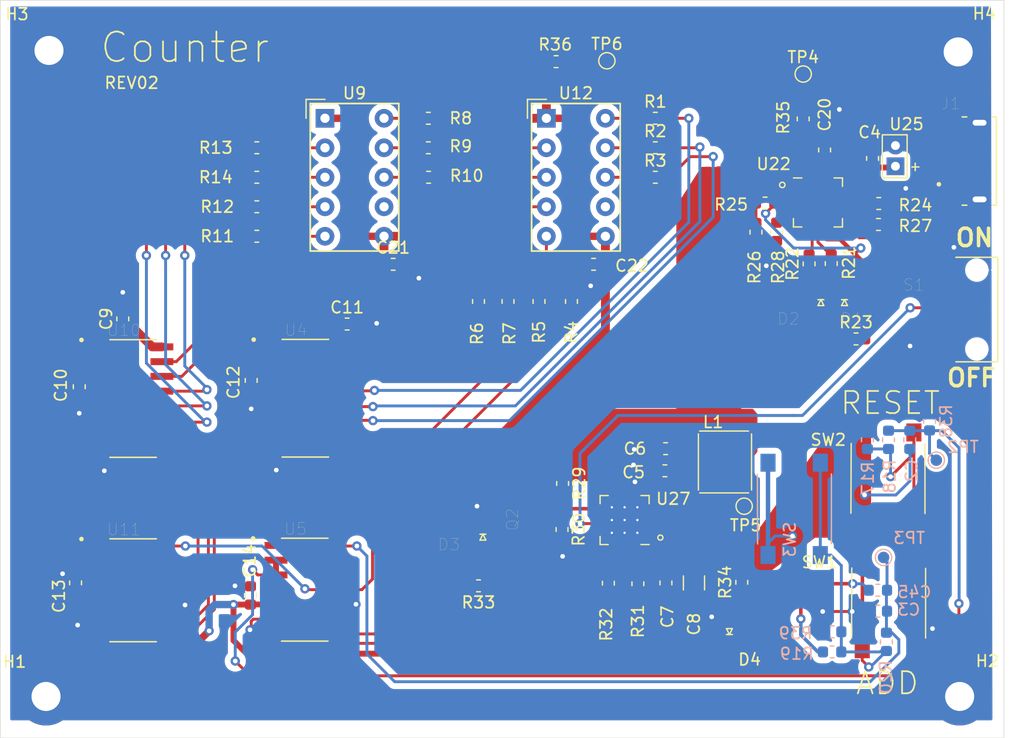
<source format=kicad_pcb>
(kicad_pcb (version 20171130) (host pcbnew "(5.1.5)-3")
  (layers (0 F.Cu signal) (31 B.Cu signal) (34 B.Paste user) (35 F.Paste user) (36 B.SilkS user) (37 F.SilkS user) (38 B.Mask user) (39 F.Mask user hide) (44 Edge.Cuts user))
  (net 0 "")
  (net 1 GND)
  (net 2 /Reset)
  (net 3 /Push)
  (net 4 "Net-(C4-Pad1)")
  (net 5 +BATT)
  (net 6 +5V)
  (net 7 VBUS)
  (net 8 "Net-(D1-Pad1)")
  (net 9 "Net-(D2-Pad1)")
  (net 10 "Net-(D3-Pad2)")
  (net 11 "Net-(D4-Pad2)")
  (net 12 "Net-(J1-Pad4)")
  (net 13 "Net-(J1-Pad3)")
  (net 14 "Net-(J1-Pad2)")
  (net 15 "Net-(L1-Pad2)")
  (net 16 "Net-(Q2-Pad1)")
  (net 17 "Net-(Q2-Pad3)")
  (net 18 "Net-(R1-Pad2)")
  (net 19 "Net-(R1-Pad1)")
  (net 20 "Net-(R2-Pad2)")
  (net 21 "Net-(R2-Pad1)")
  (net 22 "Net-(R3-Pad2)")
  (net 23 "Net-(R3-Pad1)")
  (net 24 "Net-(R4-Pad2)")
  (net 25 "Net-(R4-Pad1)")
  (net 26 "Net-(R5-Pad2)")
  (net 27 "Net-(R5-Pad1)")
  (net 28 "Net-(R6-Pad2)")
  (net 29 "Net-(R6-Pad1)")
  (net 30 "Net-(R7-Pad2)")
  (net 31 "Net-(R7-Pad1)")
  (net 32 "Net-(R8-Pad2)")
  (net 33 "Net-(R8-Pad1)")
  (net 34 "Net-(R9-Pad2)")
  (net 35 "Net-(R9-Pad1)")
  (net 36 "Net-(R10-Pad2)")
  (net 37 "Net-(R10-Pad1)")
  (net 38 "Net-(R11-Pad2)")
  (net 39 "Net-(R11-Pad1)")
  (net 40 "Net-(R12-Pad2)")
  (net 41 "Net-(R12-Pad1)")
  (net 42 "Net-(R13-Pad2)")
  (net 43 "Net-(R13-Pad1)")
  (net 44 "Net-(R14-Pad2)")
  (net 45 "Net-(R14-Pad1)")
  (net 46 "Net-(R21-Pad2)")
  (net 47 "Net-(R22-Pad2)")
  (net 48 "Net-(R23-Pad2)")
  (net 49 "Net-(R24-Pad1)")
  (net 50 "Net-(R25-Pad2)")
  (net 51 "Net-(R27-Pad1)")
  (net 52 "Net-(R28-Pad1)")
  (net 53 "Net-(R29-Pad2)")
  (net 54 "Net-(R31-Pad2)")
  (net 55 "Net-(R35-Pad1)")
  (net 56 "Net-(R36-Pad1)")
  (net 57 /Power/EN)
  (net 58 /A1)
  (net 59 /D1)
  (net 60 /C1)
  (net 61 /B1)
  (net 62 "Net-(U9-Pad7)")
  (net 63 /A2)
  (net 64 /D2)
  (net 65 /C2)
  (net 66 /B2)
  (net 67 "Net-(U12-Pad7)")
  (net 68 "Net-(U22-Pad6)")
  (net 69 "Net-(U27-Pad2)")
  (net 70 "Net-(R17-Pad1)")
  (net 71 "Net-(R19-Pad2)")
  (module "1_Jons_Footprints:Push Button - PTS645SM43SMTR92" (layer B.Cu) (at 131.5212 135.39724 90)
    (fp_text reference SW3 (at 1.3462 -2.62636 90) (layer B.SilkS) (effects (justify mirror)))
    (fp_text value SW_Push_DNF)
    (pad 2 smd rect (at 7.95 -4.5 90) (size 1.55 1.3) (layers B.Cu B.Paste B.Mask) (net 6 +5V))
    (pad 2 smd rect (at 0 -4.5 90) (size 1.55 1.3) (layers B.Cu B.Paste B.Mask Dwgs.User) (net 6 +5V))
    (pad 1 smd rect (at 7.95 0 90) (size 1.55 1.3) (layers B.Cu B.Paste B.Mask) (net 71 "Net-(R19-Pad2)"))
    (pad 1 smd rect (at 0 0 90) (size 1.55 1.3) (layers B.Cu B.Paste B.Mask) (net 71 "Net-(R19-Pad2)"))
  )
  (module Resistor_SMD:R_0603_1608Metric (layer B.Cu) (at 132.54218 142.00632 180)
    (fp_text reference R39 (at 3.14442 -0.12192) (layer B.SilkS) (effects (justify mirror)))
    (fp_text value 0_DNF)
    (pad 2 smd roundrect (at 0.7875 0 180) (size 0.875 0.95) (layers B.Cu B.Paste B.Mask) (net 1 GND))
    (pad 1 smd roundrect (at -0.7875 0 180) (size 0.875 0.95) (layers B.Cu B.Paste B.Mask) (net 71 "Net-(R19-Pad2)"))
  )
  (module Resistor_SMD:R_0603_1608Metric (layer B.Cu) (at 140.9192 123.8758 90)
    (fp_text reference R38 (at 0 1.43 90) (layer B.SilkS) (effects (justify mirror)))
    (fp_text value 0_DNF)
    (pad 2 smd roundrect (at 0.7875 0 90) (size 0.875 0.95) (layers B.Cu B.Paste B.Mask) (net 1 GND))
    (pad 1 smd roundrect (at -0.7875 0 90) (size 0.875 0.95) (layers B.Cu B.Paste B.Mask) (net 2 /Reset))
  )
  (module Capacitor_SMD:C_0603_1608Metric (layer B.Cu) (at 136.4743 138.43)
    (fp_text reference C45 (at 3.14462 0.15748) (layer B.SilkS) (effects (justify mirror)))
    (fp_text value 0_DNF)
    (pad 2 smd roundrect (at 0.7875 0) (size 0.875 0.95) (layers B.Cu B.Paste B.Mask) (net 3 /Push))
    (pad 1 smd roundrect (at -0.7875 0) (size 0.875 0.95) (layers B.Cu B.Paste B.Mask) (net 6 +5V))
  )
  (module Capacitor_SMD:C_0603_1608Metric (layer F.Cu) (at 112.014 110.363 180)
    (fp_text reference C22 (at -3.302 -0.127) (layer F.SilkS))
    (fp_text value 0.1uF)
    (pad 2 smd roundrect (at 0.7875 0 180) (size 0.875 0.95) (layers F.Cu F.Paste F.Mask) (net 1 GND))
    (pad 1 smd roundrect (at -0.7875 0 180) (size 0.875 0.95) (layers F.Cu F.Paste F.Mask) (net 6 +5V))
  )
  (module Capacitor_SMD:C_0603_1608Metric (layer F.Cu) (at 94.7675 110.363)
    (fp_text reference C21 (at 0 -1.43) (layer F.SilkS))
    (fp_text value 0.1uF)
    (pad 2 smd roundrect (at 0.7875 0) (size 0.875 0.95) (layers F.Cu F.Paste F.Mask) (net 1 GND))
    (pad 1 smd roundrect (at -0.7875 0) (size 0.875 0.95) (layers F.Cu F.Paste F.Mask) (net 6 +5V))
  )
  (module "1_Jons_Footprints:LTST-C193KGKT-5A - 0603" (layer F.Cu) (at 125.349 142.875 180)
    (fp_text reference D4 (at -0.088 -1.524) (layer F.SilkS))
    (fp_text value LED)
    (pad 2 smd rect (at 0.508 2.2597 90) (size 1.1 1) (layers F.Cu F.Paste F.Mask) (net 11 "Net-(D4-Pad2)"))
    (pad 1 smd rect (at 0.508 0.5597 270) (size 1.1 1) (layers F.Cu F.Paste F.Mask) (net 1 GND))
  )
  (module "1_Jons_Footprints:LTST-C193KGKT-5A - 0603" (layer F.Cu) (at 100.838 132.969)
    (fp_text reference D3 (at -1.27 1.524) (layer F.SilkS) (effects (font (size 1.003181 1.003181) (thickness 0.015))))
    (fp_text value LED)
    (pad 2 smd rect (at 0.508 2.2597 270) (size 1.1 1) (layers F.Cu F.Paste F.Mask) (net 10 "Net-(D3-Pad2)"))
    (pad 1 smd rect (at 0.508 0.5597 90) (size 1.1 1) (layers F.Cu F.Paste F.Mask) (net 1 GND))
  )
  (module "1_Jons_Footprints:LTST-C193KGKT-5A - 0603" (layer F.Cu) (at 129.921 112.776)
    (fp_text reference D2 (at -1.143 2.286) (layer F.SilkS) (effects (font (size 1.003181 1.003181) (thickness 0.015))))
    (fp_text value LED)
    (pad 2 smd rect (at 0.508 2.2597 270) (size 1.1 1) (layers F.Cu F.Paste F.Mask) (net 7 VBUS))
    (pad 1 smd rect (at 0.508 0.5597 90) (size 1.1 1) (layers F.Cu F.Paste F.Mask) (net 9 "Net-(D2-Pad1)"))
  )
  (module "1_Jons_Footprints:LTST-C193KGKT-5A - 0603" (layer F.Cu) (at 131.953 112.776)
    (fp_text reference D1 (at 2.286 2.286) (layer F.SilkS) (effects (font (size 1.003181 1.003181) (thickness 0.015))))
    (fp_text value LED)
    (pad 2 smd rect (at 0.508 2.2597 270) (size 1.1 1) (layers F.Cu F.Paste F.Mask) (net 7 VBUS))
    (pad 1 smd rect (at 0.508 0.5597 90) (size 1.1 1) (layers F.Cu F.Paste F.Mask) (net 8 "Net-(D1-Pad1)"))
  )
  (module 1_Jons_Footprints:Boost_IC_Texas_S-PVQFN-N16_EP2.7x2.7mm_ThermalVias (layer F.Cu) (at 114.681 132.3848 180)
    (fp_text reference U27 (at -4.191 1.8288) (layer F.SilkS))
    (fp_text value TPS61090)
    (pad 16 smd roundrect (at -0.975 -1.9625 180) (size 0.35 0.825) (layers F.Cu F.Paste F.Mask) (net 6 +5V))
    (pad 15 smd roundrect (at -0.325 -1.9625 180) (size 0.35 0.825) (layers F.Cu F.Paste F.Mask) (net 6 +5V))
    (pad 14 smd roundrect (at 0.325 -1.9625 180) (size 0.35 0.825) (layers F.Cu F.Paste F.Mask) (net 54 "Net-(R31-Pad2)"))
    (pad 13 smd roundrect (at 0.975 -1.9625 180) (size 0.35 0.825) (layers F.Cu F.Paste F.Mask) (net 1 GND))
    (pad 12 smd roundrect (at 1.9625 -0.975 180) (size 0.825 0.35) (layers F.Cu F.Paste F.Mask) (net 16 "Net-(Q2-Pad1)"))
    (pad 11 smd roundrect (at 1.9625 -0.325 180) (size 0.825 0.35) (layers F.Cu F.Paste F.Mask) (net 57 /Power/EN))
    (pad 10 smd roundrect (at 1.9625 0.325 180) (size 0.825 0.35) (layers F.Cu F.Paste F.Mask) (net 1 GND))
    (pad 9 smd roundrect (at 1.9625 0.975 180) (size 0.825 0.35) (layers F.Cu F.Paste F.Mask) (net 53 "Net-(R29-Pad2)"))
    (pad 8 smd roundrect (at 0.975 1.9625 180) (size 0.35 0.825) (layers F.Cu F.Paste F.Mask) (net 5 +BATT))
    (pad 7 smd roundrect (at 0.325 1.9625 180) (size 0.35 0.825) (layers F.Cu F.Paste F.Mask) (net 1 GND))
    (pad 6 smd roundrect (at -0.325 1.9625 180) (size 0.35 0.825) (layers F.Cu F.Paste F.Mask) (net 1 GND))
    (pad 5 smd roundrect (at -0.975 1.9625 180) (size 0.35 0.825) (layers F.Cu F.Paste F.Mask) (net 1 GND))
    (pad 4 smd roundrect (at -1.9625 0.975 180) (size 0.825 0.35) (layers F.Cu F.Paste F.Mask) (net 15 "Net-(L1-Pad2)"))
    (pad 3 smd roundrect (at -1.9625 0.325 180) (size 0.825 0.35) (layers F.Cu F.Paste F.Mask) (net 15 "Net-(L1-Pad2)"))
    (pad 2 smd roundrect (at -1.9625 -0.325 180) (size 0.825 0.35) (layers F.Cu F.Paste F.Mask) (net 69 "Net-(U27-Pad2)"))
    (pad 1 smd roundrect (at -1.9625 -0.975 180) (size 0.825 0.35) (layers F.Cu F.Paste F.Mask) (net 6 +5V))
    (pad 17 smd roundrect (at 0 0 180) (size 2.7 2.7) (layers B.Cu) (roundrect_rratio 0.09259299999999999) (net 1 GND))
    (pad 17 thru_hole circle (at 1.1 1.1 180) (size 0.5 0.5) (drill 0.2) (layers *.Cu) (net 1 GND))
    (pad 17 thru_hole circle (at 0 1.1 180) (size 0.5 0.5) (drill 0.2) (layers *.Cu) (net 1 GND))
    (pad 17 thru_hole circle (at -1.1 1.1 180) (size 0.5 0.5) (drill 0.2) (layers *.Cu) (net 1 GND))
    (pad 17 thru_hole circle (at 1.1 0 180) (size 0.5 0.5) (drill 0.2) (layers *.Cu) (net 1 GND))
    (pad 17 thru_hole circle (at 0 0 180) (size 0.5 0.5) (drill 0.2) (layers *.Cu) (net 1 GND))
    (pad 17 thru_hole circle (at -1.1 0 180) (size 0.5 0.5) (drill 0.2) (layers *.Cu) (net 1 GND))
    (pad 17 thru_hole circle (at 1.1 -1.1 180) (size 0.5 0.5) (drill 0.2) (layers *.Cu) (net 1 GND))
    (pad 17 thru_hole circle (at 0 -1.1 180) (size 0.5 0.5) (drill 0.2) (layers *.Cu) (net 1 GND))
    (pad 17 thru_hole circle (at -1.1 -1.1 180) (size 0.5 0.5) (drill 0.2) (layers *.Cu) (net 1 GND))
    (pad 17 smd roundrect (at 0 0 180) (size 2.7 2.7) (layers F.Cu F.Mask) (roundrect_rratio 0.09259299999999999) (net 1 GND))
  )
  (module 1_Jons_Footprints:Battery_Management_IC_QFN-20-1EP (layer F.Cu) (at 131.318 105.037)
    (fp_text reference U22 (at -3.81 -3.31) (layer F.SilkS))
    (fp_text value MCP73871)
    (pad 21 smd roundrect (at 0 0) (size 2.5 2.5) (layers F.Cu F.Mask) (roundrect_rratio 0.1) (net 1 GND))
    (pad 1 smd roundrect (at -1.9375 -1) (size 0.825 0.25) (layers F.Cu F.Paste F.Mask) (net 5 +BATT))
    (pad 2 smd roundrect (at -1.9375 -0.5) (size 0.825 0.25) (layers F.Cu F.Paste F.Mask) (net 50 "Net-(R25-Pad2)"))
    (pad 3 smd roundrect (at -1.9375 0) (size 0.825 0.25) (layers F.Cu F.Paste F.Mask) (net 7 VBUS))
    (pad 4 smd roundrect (at -1.9375 0.5) (size 0.825 0.25) (layers F.Cu F.Paste F.Mask) (net 7 VBUS))
    (pad 5 smd roundrect (at -1.9375 1) (size 0.825 0.25) (layers F.Cu F.Paste F.Mask) (net 52 "Net-(R28-Pad1)"))
    (pad 6 smd roundrect (at -1 1.9375) (size 0.25 0.825) (layers F.Cu F.Paste F.Mask) (net 68 "Net-(U22-Pad6)"))
    (pad 7 smd roundrect (at -0.5 1.9375) (size 0.25 0.825) (layers F.Cu F.Paste F.Mask) (net 47 "Net-(R22-Pad2)"))
    (pad 8 smd roundrect (at 0 1.9375) (size 0.25 0.825) (layers F.Cu F.Paste F.Mask) (net 46 "Net-(R21-Pad2)"))
    (pad 9 smd roundrect (at 0.5 1.9375) (size 0.25 0.825) (layers F.Cu F.Paste F.Mask) (net 7 VBUS))
    (pad 10 smd roundrect (at 1 1.9375) (size 0.25 0.825) (layers F.Cu F.Paste F.Mask) (net 1 GND))
    (pad 11 smd roundrect (at 1.9375 1) (size 0.825 0.25) (layers F.Cu F.Paste F.Mask) (net 1 GND))
    (pad 12 smd roundrect (at 1.9375 0.5) (size 0.825 0.25) (layers F.Cu F.Paste F.Mask) (net 51 "Net-(R27-Pad1)"))
    (pad 13 smd roundrect (at 1.9375 0) (size 0.825 0.25) (layers F.Cu F.Paste F.Mask) (net 49 "Net-(R24-Pad1)"))
    (pad 14 smd roundrect (at 1.9375 -0.5) (size 0.825 0.25) (layers F.Cu F.Paste F.Mask) (net 4 "Net-(C4-Pad1)"))
    (pad 15 smd roundrect (at 1.9375 -1) (size 0.825 0.25) (layers F.Cu F.Paste F.Mask) (net 4 "Net-(C4-Pad1)"))
    (pad 16 smd roundrect (at 1 -1.9375) (size 0.25 0.825) (layers F.Cu F.Paste F.Mask) (net 4 "Net-(C4-Pad1)"))
    (pad 17 smd roundrect (at 0.5 -1.9375) (size 0.25 0.825) (layers F.Cu F.Paste F.Mask) (net 7 VBUS))
    (pad 18 smd roundrect (at 0 -1.9375) (size 0.25 0.825) (layers F.Cu F.Paste F.Mask) (net 7 VBUS))
    (pad 19 smd roundrect (at -0.5 -1.9375) (size 0.25 0.825) (layers F.Cu F.Paste F.Mask) (net 7 VBUS))
    (pad 20 smd roundrect (at -1 -1.9375) (size 0.25 0.825) (layers F.Cu F.Paste F.Mask) (net 5 +BATT))
  )
  (module "1_Jons_Footprints:Push Button - PTS645SM43SMTR92" (layer F.Cu) (at 139.628 135.56 270)
    (fp_text reference SW1 (at 0.457 8.183 180) (layer F.SilkS))
    (fp_text value SW_Push)
    (pad 2 smd rect (at 7.95 4.5 270) (size 1.55 1.3) (layers F.Cu F.Paste F.Mask) (net 71 "Net-(R19-Pad2)"))
    (pad 2 smd rect (at 0 4.5 270) (size 1.55 1.3) (layers F.Cu F.Paste F.Mask Dwgs.User) (net 71 "Net-(R19-Pad2)"))
    (pad 1 smd rect (at 7.95 0 270) (size 1.55 1.3) (layers F.Cu F.Paste F.Mask) (net 1 GND))
    (pad 1 smd rect (at 0 0 270) (size 1.55 1.3) (layers F.Cu F.Paste F.Mask) (net 1 GND))
  )
  (module "1_Jons_Footprints:Push Button - PTS645SM43SMTR92" (layer F.Cu) (at 139.573 124.841 270)
    (fp_text reference SW2 (at 0.635 7.366 180) (layer F.SilkS))
    (fp_text value SW_Push)
    (pad 2 smd rect (at 7.95 4.5 270) (size 1.55 1.3) (layers F.Cu F.Paste F.Mask) (net 6 +5V))
    (pad 2 smd rect (at 0 4.5 270) (size 1.55 1.3) (layers F.Cu F.Paste F.Mask Dwgs.User) (net 6 +5V))
    (pad 1 smd rect (at 7.95 0 270) (size 1.55 1.3) (layers F.Cu F.Paste F.Mask) (net 70 "Net-(R17-Pad1)"))
    (pad 1 smd rect (at 0 0 270) (size 1.55 1.3) (layers F.Cu F.Paste F.Mask) (net 70 "Net-(R17-Pad1)"))
  )
  (module Capacitor_SMD:C_1206_3216Metric (layer F.Cu) (at 120.65 137.795 270)
    (fp_text reference C8 (at 3.556 0 90) (layer F.SilkS))
    (fp_text value 100uF)
    (pad 2 smd roundrect (at 1.4 0 270) (size 1.25 1.75) (layers F.Cu F.Paste F.Mask) (roundrect_rratio 0.2) (net 1 GND))
    (pad 1 smd roundrect (at -1.4 0 270) (size 1.25 1.75) (layers F.Cu F.Paste F.Mask) (roundrect_rratio 0.2) (net 6 +5V))
  )
  (module 1_Jons_Footprints:FCI_10118193-0001LF (layer F.Cu) (at 145.2245 101.473 90)
    (fp_text reference J1 (at 4.953 -2.4765 180) (layer F.SilkS) (effects (font (thickness 0.015))))
    (fp_text value MicroUSB)
    (pad S1 thru_hole oval (at 3.3 0 90) (size 0.9 1.8) (drill oval 0.5 1.2) (layers *.Cu *.Mask) (net 1 GND))
    (pad S1 thru_hole oval (at -3.3 0 90) (size 0.9 1.8) (drill oval 0.5 1.2) (layers *.Cu *.Mask) (net 1 GND))
    (pad S0 smd rect (at 1.2 0 90) (size 1.9 1.9) (layers F.Cu F.Paste F.Mask))
    (pad S0 smd rect (at -1.2 0 90) (size 1.9 1.9) (layers F.Cu F.Paste F.Mask))
    (pad S0 smd rect (at 3.2 -2.45 90) (size 1.6 1.4) (layers F.Cu F.Paste F.Mask))
    (pad S0 smd rect (at -3.2 -2.45 90) (size 1.6 1.4) (layers F.Cu F.Paste F.Mask))
    (pad 5 smd rect (at 1.3 -2.675 90) (size 0.4 1.35) (layers F.Cu F.Paste F.Mask) (net 1 GND))
    (pad 4 smd rect (at 0.65 -2.675 90) (size 0.4 1.35) (layers F.Cu F.Paste F.Mask) (net 12 "Net-(J1-Pad4)"))
    (pad 3 smd rect (at 0 -2.675 90) (size 0.4 1.35) (layers F.Cu F.Paste F.Mask) (net 13 "Net-(J1-Pad3)"))
    (pad 2 smd rect (at -0.65 -2.675 90) (size 0.4 1.35) (layers F.Cu F.Paste F.Mask) (net 14 "Net-(J1-Pad2)"))
    (pad 1 smd rect (at -1.3 -2.675 90) (size 0.4 1.35) (layers F.Cu F.Paste F.Mask) (net 7 VBUS))
  )
  (module "1_Jons_Footprints:Battery Header" (layer F.Cu) (at 136.9695 99.3775)
    (fp_text reference U25 (at 1.9685 -1.0795) (layer F.SilkS))
    (fp_text value Header)
    (pad 2 thru_hole circle (at 1.016 0.762) (size 1.524 1.524) (drill 0.762) (layers *.Cu *.Mask) (net 1 GND))
    (pad 1 thru_hole rect (at 1.016 2.54) (size 1.524 1.524) (drill 0.762) (layers *.Cu *.Mask) (net 4 "Net-(C4-Pad1)"))
  )
  (module Capacitor_SMD:C_0603_1608Metric (layer F.Cu) (at 131.8895 100.5205 90)
    (fp_text reference C20 (at 3.048 0 90) (layer F.SilkS))
    (fp_text value 0.1uF)
    (pad 2 smd roundrect (at 0.7875 0 90) (size 0.875 0.95) (layers F.Cu F.Paste F.Mask) (net 1 GND))
    (pad 1 smd roundrect (at -0.7875 0 90) (size 0.875 0.95) (layers F.Cu F.Paste F.Mask) (net 7 VBUS))
  )
  (module Capacitor_SMD:C_0603_1608Metric (layer F.Cu) (at 82.4865 138.8745 90)
    (fp_text reference C14 (at 2.9845 -0.0635 90) (layer F.SilkS))
    (fp_text value 0.1uF)
    (pad 2 smd roundrect (at 0.7875 0 90) (size 0.875 0.95) (layers F.Cu F.Paste F.Mask) (net 1 GND))
    (pad 1 smd roundrect (at -0.7875 0 90) (size 0.875 0.95) (layers F.Cu F.Paste F.Mask) (net 6 +5V))
  )
  (module Capacitor_SMD:C_0603_1608Metric (layer F.Cu) (at 67.437 137.795 90)
    (fp_text reference C13 (at -1.143 -1.43 90) (layer F.SilkS))
    (fp_text value 0.1uF)
    (pad 2 smd roundrect (at 0.7875 0 90) (size 0.875 0.95) (layers F.Cu F.Paste F.Mask) (net 1 GND))
    (pad 1 smd roundrect (at -0.7875 0 90) (size 0.875 0.95) (layers F.Cu F.Paste F.Mask) (net 6 +5V))
  )
  (module Capacitor_SMD:C_0603_1608Metric (layer F.Cu) (at 82.55 120.358 270)
    (fp_text reference C12 (at 0.165 1.524 90) (layer F.SilkS))
    (fp_text value 0.1uF)
    (pad 2 smd roundrect (at 0.7875 0 270) (size 0.875 0.95) (layers F.Cu F.Paste F.Mask) (net 1 GND))
    (pad 1 smd roundrect (at -0.7875 0 270) (size 0.875 0.95) (layers F.Cu F.Paste F.Mask) (net 6 +5V))
  )
  (module Capacitor_SMD:C_0603_1608Metric (layer F.Cu) (at 90.805 115.5065)
    (fp_text reference C11 (at 0 -1.43) (layer F.SilkS))
    (fp_text value 0.1uF)
    (pad 2 smd roundrect (at 0.7875 0) (size 0.875 0.95) (layers F.Cu F.Paste F.Mask) (net 1 GND))
    (pad 1 smd roundrect (at -0.7875 0) (size 0.875 0.95) (layers F.Cu F.Paste F.Mask) (net 6 +5V))
  )
  (module Capacitor_SMD:C_0603_1608Metric (layer F.Cu) (at 67.7545 120.904 270)
    (fp_text reference C10 (at -0.127 1.5875 90) (layer F.SilkS))
    (fp_text value 0.1uF)
    (pad 2 smd roundrect (at 0.7875 0 270) (size 0.875 0.95) (layers F.Cu F.Paste F.Mask) (net 1 GND))
    (pad 1 smd roundrect (at -0.7875 0 270) (size 0.875 0.95) (layers F.Cu F.Paste F.Mask) (net 6 +5V))
  )
  (module Capacitor_SMD:C_0603_1608Metric (layer F.Cu) (at 71.501 115.062 90)
    (fp_text reference C9 (at 0 -1.43 90) (layer F.SilkS))
    (fp_text value 0.1uF)
    (pad 2 smd roundrect (at 0.7875 0 90) (size 0.875 0.95) (layers F.Cu F.Paste F.Mask) (net 1 GND))
    (pad 1 smd roundrect (at -0.7875 0 90) (size 0.875 0.95) (layers F.Cu F.Paste F.Mask) (net 6 +5V))
  )
  (module MountingHole:MountingHole_2.5mm_Pad (layer F.Cu) (at 143.383 92.075)
    (fp_text reference H4 (at 2.24536 -3.28676) (layer F.SilkS))
    (fp_text value MountingHole_Pad)
    (pad 1 thru_hole circle (at 0 0) (size 5 5) (drill 2.5) (layers *.Cu *.Mask) (net 1 GND))
  )
  (module MountingHole:MountingHole_2.5mm_Pad (layer F.Cu) (at 65.151 91.948)
    (fp_text reference H3 (at -2.75082 -3.11912) (layer F.SilkS))
    (fp_text value MountingHole_Pad)
    (pad 1 thru_hole circle (at 0 0) (size 5 5) (drill 2.5) (layers *.Cu *.Mask) (net 1 GND))
  )
  (module MountingHole:MountingHole_2.5mm_Pad (layer F.Cu) (at 143.51 147.574)
    (fp_text reference H2 (at 2.38506 -3.048) (layer F.SilkS))
    (fp_text value MountingHole_Pad)
    (pad 1 thru_hole circle (at 0 0) (size 5 5) (drill 2.5) (layers *.Cu *.Mask) (net 1 GND))
  )
  (module MountingHole:MountingHole_2.5mm_Pad (layer F.Cu) (at 64.897 147.574)
    (fp_text reference H1 (at -2.7051 -2.98958) (layer F.SilkS))
    (fp_text value MountingHole_Pad)
    (pad 1 thru_hole circle (at 0 0) (size 5 5) (drill 2.5) (layers *.Cu *.Mask) (net 1 GND))
  )
  (module TestPoint:TestPoint_Pad_D1.0mm (layer F.Cu) (at 113.157 92.837)
    (fp_text reference TP6 (at 0 -1.448) (layer F.SilkS))
    (fp_text value TestPoint)
    (pad 1 smd circle (at 0 0) (size 1 1) (layers F.Cu F.Mask) (net 56 "Net-(R36-Pad1)"))
  )
  (module TestPoint:TestPoint_Pad_D1.0mm (layer F.Cu) (at 124.968 131.191)
    (fp_text reference TP5 (at 0.127 1.651) (layer F.SilkS))
    (fp_text value TestPoint)
    (pad 1 smd circle (at 0 0) (size 1 1) (layers F.Cu F.Mask) (net 15 "Net-(L1-Pad2)"))
  )
  (module TestPoint:TestPoint_Pad_D1.0mm (layer B.Cu) (at 136.96188 135.60552)
    (fp_text reference TP3 (at 2.2098 -1.67132 -180) (layer B.SilkS) (effects (justify mirror)))
    (fp_text value TestPoint)
    (pad 1 smd circle (at 0 0) (size 1 1) (layers B.Cu B.Mask) (net 3 /Push))
  )
  (module TestPoint:TestPoint_Pad_D1.0mm (layer B.Cu) (at 141.5034 127.2286)
    (fp_text reference TP2 (at 2.286 -1.143) (layer B.SilkS) (effects (justify mirror)))
    (fp_text value TestPoint)
    (pad 1 smd circle (at 0 0) (size 1 1) (layers B.Cu B.Mask) (net 2 /Reset))
  )
  (module TestPoint:TestPoint_Pad_D1.0mm (layer F.Cu) (at 130.048 93.98)
    (fp_text reference TP4 (at 0 -1.448) (layer F.SilkS))
    (fp_text value TestPoint)
    (pad 1 smd circle (at 0 0) (size 1 1) (layers F.Cu F.Mask) (net 55 "Net-(R35-Pad1)"))
  )
  (module Display_7Segment:HDSP-A151 (layer F.Cu) (at 107.95 97.79)
    (fp_text reference U12 (at 2.54 -2.159) (layer F.SilkS))
    (fp_text value HDSP-A151)
    (pad 10 thru_hole circle (at 5.08 0) (size 1.6 1.6) (drill 0.8) (layers *.Cu *.Mask) (net 19 "Net-(R1-Pad1)"))
    (pad 9 thru_hole circle (at 5.08 2.54) (size 1.6 1.6) (drill 0.8) (layers *.Cu *.Mask) (net 21 "Net-(R2-Pad1)"))
    (pad 8 thru_hole circle (at 5.08 5.08) (size 1.6 1.6) (drill 0.8) (layers *.Cu *.Mask) (net 23 "Net-(R3-Pad1)"))
    (pad 7 thru_hole circle (at 5.08 7.62) (size 1.6 1.6) (drill 0.8) (layers *.Cu *.Mask) (net 67 "Net-(U12-Pad7)"))
    (pad 6 thru_hole circle (at 5.08 10.16) (size 1.6 1.6) (drill 0.8) (layers *.Cu *.Mask) (net 6 +5V))
    (pad 5 thru_hole circle (at 0 10.16) (size 1.6 1.6) (drill 0.8) (layers *.Cu *.Mask) (net 25 "Net-(R4-Pad1)"))
    (pad 4 thru_hole circle (at 0 7.62) (size 1.6 1.6) (drill 0.8) (layers *.Cu *.Mask) (net 27 "Net-(R5-Pad1)"))
    (pad 3 thru_hole circle (at 0 5.08) (size 1.6 1.6) (drill 0.8) (layers *.Cu *.Mask) (net 31 "Net-(R7-Pad1)"))
    (pad 2 thru_hole circle (at 0 2.54) (size 1.6 1.6) (drill 0.8) (layers *.Cu *.Mask) (net 29 "Net-(R6-Pad1)"))
    (pad 1 thru_hole rect (at 0 0) (size 1.6 1.6) (drill 0.8) (layers *.Cu *.Mask) (net 6 +5V))
  )
  (module "1_Jons_Footprints:SN74LS90DR - SOIC127P600X175-14N" (layer F.Cu) (at 72.39 138.43)
    (fp_text reference U11 (at -0.795 -5.242) (layer F.SilkS) (effects (font (thickness 0.015))))
    (fp_text value 74LS90)
    (pad 14 smd rect (at 2.475 -3.81) (size 1.97 0.6) (layers F.Cu F.Paste F.Mask) (net 59 /D1))
    (pad 13 smd rect (at 2.475 -2.54) (size 1.97 0.6) (layers F.Cu F.Paste F.Mask))
    (pad 12 smd rect (at 2.475 -1.27) (size 1.97 0.6) (layers F.Cu F.Paste F.Mask) (net 63 /A2))
    (pad 11 smd rect (at 2.475 0) (size 1.97 0.6) (layers F.Cu F.Paste F.Mask) (net 64 /D2))
    (pad 10 smd rect (at 2.475 1.27) (size 1.97 0.6) (layers F.Cu F.Paste F.Mask) (net 1 GND))
    (pad 9 smd rect (at 2.475 2.54) (size 1.97 0.6) (layers F.Cu F.Paste F.Mask) (net 66 /B2))
    (pad 8 smd rect (at 2.475 3.81) (size 1.97 0.6) (layers F.Cu F.Paste F.Mask) (net 65 /C2))
    (pad 7 smd rect (at -2.475 3.81) (size 1.97 0.6) (layers F.Cu F.Paste F.Mask) (net 1 GND))
    (pad 6 smd rect (at -2.475 2.54) (size 1.97 0.6) (layers F.Cu F.Paste F.Mask) (net 1 GND))
    (pad 5 smd rect (at -2.475 1.27) (size 1.97 0.6) (layers F.Cu F.Paste F.Mask) (net 6 +5V))
    (pad 4 smd rect (at -2.475 0) (size 1.97 0.6) (layers F.Cu F.Paste F.Mask))
    (pad 3 smd rect (at -2.475 -1.27) (size 1.97 0.6) (layers F.Cu F.Paste F.Mask) (net 2 /Reset))
    (pad 2 smd rect (at -2.475 -2.54) (size 1.97 0.6) (layers F.Cu F.Paste F.Mask) (net 2 /Reset))
    (pad 1 smd rect (at -2.475 -3.81) (size 1.97 0.6) (layers F.Cu F.Paste F.Mask) (net 63 /A2))
  )
  (module "1_Jons_Footprints:SN74LS47D - SOIC127P600X175-16N" (layer F.Cu) (at 72.39 121.92)
    (fp_text reference U10 (at -0.795 -5.877) (layer F.SilkS) (effects (font (thickness 0.015))))
    (fp_text value 74LS47)
    (pad 16 smd rect (at 2.475 -4.445) (size 1.97 0.6) (layers F.Cu F.Paste F.Mask) (net 6 +5V))
    (pad 15 smd rect (at 2.475 -3.175) (size 1.97 0.6) (layers F.Cu F.Paste F.Mask) (net 42 "Net-(R13-Pad2)"))
    (pad 14 smd rect (at 2.475 -1.905) (size 1.97 0.6) (layers F.Cu F.Paste F.Mask) (net 44 "Net-(R14-Pad2)"))
    (pad 13 smd rect (at 2.475 -0.635) (size 1.97 0.6) (layers F.Cu F.Paste F.Mask) (net 32 "Net-(R8-Pad2)"))
    (pad 12 smd rect (at 2.475 0.635) (size 1.97 0.6) (layers F.Cu F.Paste F.Mask) (net 34 "Net-(R9-Pad2)"))
    (pad 11 smd rect (at 2.475 1.905) (size 1.97 0.6) (layers F.Cu F.Paste F.Mask) (net 36 "Net-(R10-Pad2)"))
    (pad 10 smd rect (at 2.475 3.175) (size 1.97 0.6) (layers F.Cu F.Paste F.Mask) (net 38 "Net-(R11-Pad2)"))
    (pad 9 smd rect (at 2.475 4.445) (size 1.97 0.6) (layers F.Cu F.Paste F.Mask) (net 40 "Net-(R12-Pad2)"))
    (pad 8 smd rect (at -2.475 4.445) (size 1.97 0.6) (layers F.Cu F.Paste F.Mask) (net 1 GND))
    (pad 7 smd rect (at -2.475 3.175) (size 1.97 0.6) (layers F.Cu F.Paste F.Mask) (net 63 /A2))
    (pad 6 smd rect (at -2.475 1.905) (size 1.97 0.6) (layers F.Cu F.Paste F.Mask) (net 64 /D2))
    (pad 5 smd rect (at -2.475 0.635) (size 1.97 0.6) (layers F.Cu F.Paste F.Mask) (net 6 +5V))
    (pad 4 smd rect (at -2.475 -0.635) (size 1.97 0.6) (layers F.Cu F.Paste F.Mask) (net 6 +5V))
    (pad 3 smd rect (at -2.475 -1.905) (size 1.97 0.6) (layers F.Cu F.Paste F.Mask) (net 6 +5V))
    (pad 2 smd rect (at -2.475 -3.175) (size 1.97 0.6) (layers F.Cu F.Paste F.Mask) (net 65 /C2))
    (pad 1 smd rect (at -2.475 -4.445) (size 1.97 0.6) (layers F.Cu F.Paste F.Mask) (net 66 /B2))
  )
  (module Display_7Segment:HDSP-A151 (layer F.Cu) (at 88.9 97.79)
    (fp_text reference U9 (at 2.54 -2.159) (layer F.SilkS))
    (fp_text value HDSP-A151)
    (pad 10 thru_hole circle (at 5.08 0) (size 1.6 1.6) (drill 0.8) (layers *.Cu *.Mask) (net 33 "Net-(R8-Pad1)"))
    (pad 9 thru_hole circle (at 5.08 2.54) (size 1.6 1.6) (drill 0.8) (layers *.Cu *.Mask) (net 35 "Net-(R9-Pad1)"))
    (pad 8 thru_hole circle (at 5.08 5.08) (size 1.6 1.6) (drill 0.8) (layers *.Cu *.Mask) (net 37 "Net-(R10-Pad1)"))
    (pad 7 thru_hole circle (at 5.08 7.62) (size 1.6 1.6) (drill 0.8) (layers *.Cu *.Mask) (net 62 "Net-(U9-Pad7)"))
    (pad 6 thru_hole circle (at 5.08 10.16) (size 1.6 1.6) (drill 0.8) (layers *.Cu *.Mask) (net 6 +5V))
    (pad 5 thru_hole circle (at 0 10.16) (size 1.6 1.6) (drill 0.8) (layers *.Cu *.Mask) (net 39 "Net-(R11-Pad1)"))
    (pad 4 thru_hole circle (at 0 7.62) (size 1.6 1.6) (drill 0.8) (layers *.Cu *.Mask) (net 41 "Net-(R12-Pad1)"))
    (pad 3 thru_hole circle (at 0 5.08) (size 1.6 1.6) (drill 0.8) (layers *.Cu *.Mask) (net 45 "Net-(R14-Pad1)"))
    (pad 2 thru_hole circle (at 0 2.54) (size 1.6 1.6) (drill 0.8) (layers *.Cu *.Mask) (net 43 "Net-(R13-Pad1)"))
    (pad 1 thru_hole rect (at 0 0) (size 1.6 1.6) (drill 0.8) (layers *.Cu *.Mask) (net 6 +5V))
  )
  (module "1_Jons_Footprints:SN74LS90DR - SOIC127P600X175-14N" (layer F.Cu) (at 87.1586 138.3792)
    (fp_text reference U5 (at -0.795 -5.242) (layer F.SilkS) (effects (font (thickness 0.015))))
    (fp_text value 74LS90)
    (pad 14 smd rect (at 2.475 -3.81) (size 1.97 0.6) (layers F.Cu F.Paste F.Mask) (net 3 /Push))
    (pad 13 smd rect (at 2.475 -2.54) (size 1.97 0.6) (layers F.Cu F.Paste F.Mask))
    (pad 12 smd rect (at 2.475 -1.27) (size 1.97 0.6) (layers F.Cu F.Paste F.Mask) (net 58 /A1))
    (pad 11 smd rect (at 2.475 0) (size 1.97 0.6) (layers F.Cu F.Paste F.Mask) (net 59 /D1))
    (pad 10 smd rect (at 2.475 1.27) (size 1.97 0.6) (layers F.Cu F.Paste F.Mask) (net 1 GND))
    (pad 9 smd rect (at 2.475 2.54) (size 1.97 0.6) (layers F.Cu F.Paste F.Mask) (net 61 /B1))
    (pad 8 smd rect (at 2.475 3.81) (size 1.97 0.6) (layers F.Cu F.Paste F.Mask) (net 60 /C1))
    (pad 7 smd rect (at -2.475 3.81) (size 1.97 0.6) (layers F.Cu F.Paste F.Mask) (net 1 GND))
    (pad 6 smd rect (at -2.475 2.54) (size 1.97 0.6) (layers F.Cu F.Paste F.Mask) (net 1 GND))
    (pad 5 smd rect (at -2.475 1.27) (size 1.97 0.6) (layers F.Cu F.Paste F.Mask) (net 6 +5V))
    (pad 4 smd rect (at -2.475 0) (size 1.97 0.6) (layers F.Cu F.Paste F.Mask))
    (pad 3 smd rect (at -2.475 -1.27) (size 1.97 0.6) (layers F.Cu F.Paste F.Mask) (net 2 /Reset))
    (pad 2 smd rect (at -2.475 -2.54) (size 1.97 0.6) (layers F.Cu F.Paste F.Mask) (net 2 /Reset))
    (pad 1 smd rect (at -2.475 -3.81) (size 1.97 0.6) (layers F.Cu F.Paste F.Mask) (net 58 /A1))
  )
  (module "1_Jons_Footprints:SN74LS47D - SOIC127P600X175-16N" (layer F.Cu) (at 87.2094 121.8946)
    (fp_text reference U4 (at -0.795 -5.877) (layer F.SilkS) (effects (font (thickness 0.015))))
    (fp_text value 74LS47)
    (pad 16 smd rect (at 2.475 -4.445) (size 1.97 0.6) (layers F.Cu F.Paste F.Mask) (net 6 +5V))
    (pad 15 smd rect (at 2.475 -3.175) (size 1.97 0.6) (layers F.Cu F.Paste F.Mask) (net 28 "Net-(R6-Pad2)"))
    (pad 14 smd rect (at 2.475 -1.905) (size 1.97 0.6) (layers F.Cu F.Paste F.Mask) (net 30 "Net-(R7-Pad2)"))
    (pad 13 smd rect (at 2.475 -0.635) (size 1.97 0.6) (layers F.Cu F.Paste F.Mask) (net 18 "Net-(R1-Pad2)"))
    (pad 12 smd rect (at 2.475 0.635) (size 1.97 0.6) (layers F.Cu F.Paste F.Mask) (net 20 "Net-(R2-Pad2)"))
    (pad 11 smd rect (at 2.475 1.905) (size 1.97 0.6) (layers F.Cu F.Paste F.Mask) (net 22 "Net-(R3-Pad2)"))
    (pad 10 smd rect (at 2.475 3.175) (size 1.97 0.6) (layers F.Cu F.Paste F.Mask) (net 24 "Net-(R4-Pad2)"))
    (pad 9 smd rect (at 2.475 4.445) (size 1.97 0.6) (layers F.Cu F.Paste F.Mask) (net 26 "Net-(R5-Pad2)"))
    (pad 8 smd rect (at -2.475 4.445) (size 1.97 0.6) (layers F.Cu F.Paste F.Mask) (net 1 GND))
    (pad 7 smd rect (at -2.475 3.175) (size 1.97 0.6) (layers F.Cu F.Paste F.Mask) (net 58 /A1))
    (pad 6 smd rect (at -2.475 1.905) (size 1.97 0.6) (layers F.Cu F.Paste F.Mask) (net 59 /D1))
    (pad 5 smd rect (at -2.475 0.635) (size 1.97 0.6) (layers F.Cu F.Paste F.Mask) (net 6 +5V))
    (pad 4 smd rect (at -2.475 -0.635) (size 1.97 0.6) (layers F.Cu F.Paste F.Mask) (net 6 +5V))
    (pad 3 smd rect (at -2.475 -1.905) (size 1.97 0.6) (layers F.Cu F.Paste F.Mask) (net 6 +5V))
    (pad 2 smd rect (at -2.475 -3.175) (size 1.97 0.6) (layers F.Cu F.Paste F.Mask) (net 60 /C1))
    (pad 1 smd rect (at -2.475 -4.445) (size 1.97 0.6) (layers F.Cu F.Paste F.Mask) (net 61 /B1))
  )
  (module 1_Jons_Footprints:SW_JS102011SAQN (layer F.Cu) (at 144.99 114.26 90)
    (fp_text reference S1 (at 2.119 -5.417) (layer F.SilkS) (effects (font (size 1.000732 1.000732) (thickness 0.015))))
    (fp_text value JS102011SAQN)
    (pad None np_thru_hole circle (at 3.4 0 90) (size 1 1) (drill 1) (layers *.Cu *.Mask))
    (pad None np_thru_hole circle (at -3.4 0 90) (size 1 1) (drill 1) (layers *.Cu *.Mask))
    (pad 3 smd rect (at 2.5 -2.75 90) (size 1.2 2.5) (layers F.Cu F.Paste F.Mask) (net 48 "Net-(R23-Pad2)"))
    (pad 2 smd rect (at 0 -2.75 90) (size 1.2 2.5) (layers F.Cu F.Paste F.Mask) (net 57 /Power/EN))
    (pad 1 smd rect (at -2.5 -2.75 90) (size 1.2 2.5) (layers F.Cu F.Paste F.Mask) (net 1 GND))
  )
  (module Resistor_SMD:R_0603_1608Metric (layer F.Cu) (at 108.7881 92.9132 180)
    (fp_text reference R36 (at 0.0761 1.4732) (layer F.SilkS))
    (fp_text value 100k)
    (pad 2 smd roundrect (at 0.7875 0 180) (size 0.875 0.95) (layers F.Cu F.Paste F.Mask) (net 6 +5V))
    (pad 1 smd roundrect (at -0.7875 0 180) (size 0.875 0.95) (layers F.Cu F.Paste F.Mask) (net 56 "Net-(R36-Pad1)"))
  )
  (module Resistor_SMD:R_0603_1608Metric (layer F.Cu) (at 130.048 97.8409 270)
    (fp_text reference R35 (at -0.1144 1.7145 90) (layer F.SilkS))
    (fp_text value 100k)
    (pad 2 smd roundrect (at 0.7875 0 270) (size 0.875 0.95) (layers F.Cu F.Paste F.Mask) (net 5 +BATT))
    (pad 1 smd roundrect (at -0.7875 0 270) (size 0.875 0.95) (layers F.Cu F.Paste F.Mask) (net 55 "Net-(R35-Pad1)"))
  )
  (module Resistor_SMD:R_0603_1608Metric (layer F.Cu) (at 124.7648 137.7441 90)
    (fp_text reference R34 (at 0 -1.43 90) (layer F.SilkS))
    (fp_text value 1k)
    (pad 2 smd roundrect (at 0.7875 0 90) (size 0.875 0.95) (layers F.Cu F.Paste F.Mask) (net 6 +5V))
    (pad 1 smd roundrect (at -0.7875 0 90) (size 0.875 0.95) (layers F.Cu F.Paste F.Mask) (net 11 "Net-(D4-Pad2)"))
  )
  (module Resistor_SMD:R_0603_1608Metric (layer F.Cu) (at 102.108 138.049 180)
    (fp_text reference R33 (at 0 -1.43) (layer F.SilkS))
    (fp_text value 1k)
    (pad 2 smd roundrect (at 0.7875 0 180) (size 0.875 0.95) (layers F.Cu F.Paste F.Mask) (net 10 "Net-(D3-Pad2)"))
    (pad 1 smd roundrect (at -0.7875 0 180) (size 0.875 0.95) (layers F.Cu F.Paste F.Mask) (net 17 "Net-(Q2-Pad3)"))
  )
  (module Resistor_SMD:R_0603_1608Metric (layer F.Cu) (at 113.284 137.8205 90)
    (fp_text reference R32 (at -3.5559 -0.1778 90) (layer F.SilkS))
    (fp_text value 200k)
    (pad 2 smd roundrect (at 0.7875 0 90) (size 0.875 0.95) (layers F.Cu F.Paste F.Mask) (net 1 GND))
    (pad 1 smd roundrect (at -0.7875 0 90) (size 0.875 0.95) (layers F.Cu F.Paste F.Mask) (net 54 "Net-(R31-Pad2)"))
  )
  (module Resistor_SMD:R_0603_1608Metric (layer F.Cu) (at 115.824 137.8712 270)
    (fp_text reference R31 (at 3.2258 0 90) (layer F.SilkS))
    (fp_text value 1.07M)
    (pad 2 smd roundrect (at 0.7875 0 270) (size 0.875 0.95) (layers F.Cu F.Paste F.Mask) (net 54 "Net-(R31-Pad2)"))
    (pad 1 smd roundrect (at -0.7875 0 270) (size 0.875 0.95) (layers F.Cu F.Paste F.Mask) (net 6 +5V))
  )
  (module Resistor_SMD:R_0603_1608Metric (layer F.Cu) (at 109.2962 133.1976 270)
    (fp_text reference R30 (at 0 -1.43 90) (layer F.SilkS))
    (fp_text value 340k)
    (pad 2 smd roundrect (at 0.7875 0 270) (size 0.875 0.95) (layers F.Cu F.Paste F.Mask) (net 1 GND))
    (pad 1 smd roundrect (at -0.7875 0 270) (size 0.875 0.95) (layers F.Cu F.Paste F.Mask) (net 53 "Net-(R29-Pad2)"))
  )
  (module Resistor_SMD:R_0603_1608Metric (layer F.Cu) (at 109.347 129.2352 270)
    (fp_text reference R29 (at 0 -1.43 90) (layer F.SilkS))
    (fp_text value 1.87M)
    (pad 2 smd roundrect (at 0.7875 0 270) (size 0.875 0.95) (layers F.Cu F.Paste F.Mask) (net 53 "Net-(R29-Pad2)"))
    (pad 1 smd roundrect (at -0.7875 0 270) (size 0.875 0.95) (layers F.Cu F.Paste F.Mask) (net 5 +BATT))
  )
  (module Resistor_SMD:R_0603_1608Metric (layer F.Cu) (at 127.762 107.569 270)
    (fp_text reference R28 (at 3.048 -0.127 90) (layer F.SilkS))
    (fp_text value 16k)
    (pad 2 smd roundrect (at 0.7875 0 270) (size 0.875 0.95) (layers F.Cu F.Paste F.Mask) (net 1 GND))
    (pad 1 smd roundrect (at -0.7875 0 270) (size 0.875 0.95) (layers F.Cu F.Paste F.Mask) (net 52 "Net-(R28-Pad1)"))
  )
  (module Resistor_SMD:R_0603_1608Metric (layer F.Cu) (at 136.525 106.934)
    (fp_text reference R27 (at 3.175 0.127) (layer F.SilkS))
    (fp_text value 100k)
    (pad 2 smd roundrect (at 0.7875 0) (size 0.875 0.95) (layers F.Cu F.Paste F.Mask) (net 1 GND))
    (pad 1 smd roundrect (at -0.7875 0) (size 0.875 0.95) (layers F.Cu F.Paste F.Mask) (net 51 "Net-(R27-Pad1)"))
  )
  (module Resistor_SMD:R_0603_1608Metric (layer F.Cu) (at 125.984 107.5945 270)
    (fp_text reference R26 (at 3.0225 0.127 90) (layer F.SilkS))
    (fp_text value 100k)
    (pad 2 smd roundrect (at 0.7875 0 270) (size 0.875 0.95) (layers F.Cu F.Paste F.Mask) (net 1 GND))
    (pad 1 smd roundrect (at -0.7875 0 270) (size 0.875 0.95) (layers F.Cu F.Paste F.Mask) (net 50 "Net-(R25-Pad2)"))
  )
  (module Resistor_SMD:R_0603_1608Metric (layer F.Cu) (at 126.7715 105.0925 180)
    (fp_text reference R25 (at 2.921 -0.127) (layer F.SilkS))
    (fp_text value 270k)
    (pad 2 smd roundrect (at 0.7875 0 180) (size 0.875 0.95) (layers F.Cu F.Paste F.Mask) (net 50 "Net-(R25-Pad2)"))
    (pad 1 smd roundrect (at -0.7875 0 180) (size 0.875 0.95) (layers F.Cu F.Paste F.Mask) (net 7 VBUS))
  )
  (module Resistor_SMD:R_0603_1608Metric (layer F.Cu) (at 136.5505 105.1306)
    (fp_text reference R24 (at 3.1495 0.1524) (layer F.SilkS))
    (fp_text value 1k)
    (pad 2 smd roundrect (at 0.7875 0) (size 0.875 0.95) (layers F.Cu F.Paste F.Mask) (net 1 GND))
    (pad 1 smd roundrect (at -0.7875 0) (size 0.875 0.95) (layers F.Cu F.Paste F.Mask) (net 49 "Net-(R24-Pad1)"))
  )
  (module Resistor_SMD:R_0603_1608Metric (layer F.Cu) (at 134.5947 116.7892)
    (fp_text reference R23 (at 0 -1.43) (layer F.SilkS))
    (fp_text value 100k)
    (pad 2 smd roundrect (at 0.7875 0) (size 0.875 0.95) (layers F.Cu F.Paste F.Mask) (net 48 "Net-(R23-Pad2)"))
    (pad 1 smd roundrect (at -0.7875 0) (size 0.875 0.95) (layers F.Cu F.Paste F.Mask) (net 5 +BATT))
  )
  (module Resistor_SMD:R_0603_1608Metric (layer F.Cu) (at 130.556 110.325 90)
    (fp_text reference R22 (at 0 -1.43 90) (layer F.SilkS))
    (fp_text value 1k)
    (pad 2 smd roundrect (at 0.7875 0 90) (size 0.875 0.95) (layers F.Cu F.Paste F.Mask) (net 47 "Net-(R22-Pad2)"))
    (pad 1 smd roundrect (at -0.7875 0 90) (size 0.875 0.95) (layers F.Cu F.Paste F.Mask) (net 9 "Net-(D2-Pad1)"))
  )
  (module Resistor_SMD:R_0603_1608Metric (layer F.Cu) (at 132.461 110.2995 90)
    (fp_text reference R21 (at 0.0635 1.524 90) (layer F.SilkS))
    (fp_text value 1k)
    (pad 2 smd roundrect (at 0.7875 0 90) (size 0.875 0.95) (layers F.Cu F.Paste F.Mask) (net 46 "Net-(R21-Pad2)"))
    (pad 1 smd roundrect (at -0.7875 0 90) (size 0.875 0.95) (layers F.Cu F.Paste F.Mask) (net 8 "Net-(D1-Pad1)"))
  )
  (module Resistor_SMD:R_0603_1608Metric (layer B.Cu) (at 137.2108 142.87256 90)
    (fp_text reference R20 (at -3.04536 -0.0508 90) (layer B.SilkS) (effects (justify mirror)))
    (fp_text value 10k)
    (pad 2 smd roundrect (at 0.7875 0 90) (size 0.875 0.95) (layers B.Cu B.Paste B.Mask) (net 3 /Push))
    (pad 1 smd roundrect (at -0.7875 0 90) (size 0.875 0.95) (layers B.Cu B.Paste B.Mask) (net 71 "Net-(R19-Pad2)"))
  )
  (module Resistor_SMD:R_0603_1608Metric (layer B.Cu) (at 132.5371 143.7386)
    (fp_text reference R19 (at -3.04292 0.15748) (layer B.SilkS) (effects (justify mirror)))
    (fp_text value 10k)
    (pad 2 smd roundrect (at 0.7875 0) (size 0.875 0.95) (layers B.Cu B.Paste B.Mask) (net 71 "Net-(R19-Pad2)"))
    (pad 1 smd roundrect (at -0.7875 0) (size 0.875 0.95) (layers B.Cu B.Paste B.Mask) (net 6 +5V))
  )
  (module Resistor_SMD:R_0603_1608Metric (layer B.Cu) (at 137.3886 125.4761 90)
    (fp_text reference R18 (at -3.15478 0.09398 90) (layer B.SilkS) (effects (justify mirror)))
    (fp_text value 10k)
    (pad 2 smd roundrect (at 0.7875 0 90) (size 0.875 0.95) (layers B.Cu B.Paste B.Mask) (net 2 /Reset))
    (pad 1 smd roundrect (at -0.7875 0 90) (size 0.875 0.95) (layers B.Cu B.Paste B.Mask) (net 70 "Net-(R17-Pad1)"))
  )
  (module Resistor_SMD:R_0603_1608Metric (layer B.Cu) (at 135.5725 125.4759 90)
    (fp_text reference R17 (at -3.32242 0.0381 270) (layer B.SilkS) (effects (justify mirror)))
    (fp_text value 10k)
    (pad 2 smd roundrect (at 0.7875 0 90) (size 0.875 0.95) (layers B.Cu B.Paste B.Mask) (net 1 GND))
    (pad 1 smd roundrect (at -0.7875 0 90) (size 0.875 0.95) (layers B.Cu B.Paste B.Mask) (net 70 "Net-(R17-Pad1)"))
  )
  (module Resistor_SMD:R_0603_1608Metric (layer F.Cu) (at 83.0325 102.87 180)
    (fp_text reference R14 (at 3.5305 0) (layer F.SilkS))
    (fp_text value 3.3k)
    (pad 2 smd roundrect (at 0.7875 0 180) (size 0.875 0.95) (layers F.Cu F.Paste F.Mask) (net 44 "Net-(R14-Pad2)"))
    (pad 1 smd roundrect (at -0.7875 0 180) (size 0.875 0.95) (layers F.Cu F.Paste F.Mask) (net 45 "Net-(R14-Pad1)"))
  )
  (module Resistor_SMD:R_0603_1608Metric (layer F.Cu) (at 83.0325 100.33 180)
    (fp_text reference R13 (at 3.5305 0) (layer F.SilkS))
    (fp_text value 3.3k)
    (pad 2 smd roundrect (at 0.7875 0 180) (size 0.875 0.95) (layers F.Cu F.Paste F.Mask) (net 42 "Net-(R13-Pad2)"))
    (pad 1 smd roundrect (at -0.7875 0 180) (size 0.875 0.95) (layers F.Cu F.Paste F.Mask) (net 43 "Net-(R13-Pad1)"))
  )
  (module Resistor_SMD:R_0603_1608Metric (layer F.Cu) (at 83.0325 105.41 180)
    (fp_text reference R12 (at 3.4035 0) (layer F.SilkS))
    (fp_text value 3.3k)
    (pad 2 smd roundrect (at 0.7875 0 180) (size 0.875 0.95) (layers F.Cu F.Paste F.Mask) (net 40 "Net-(R12-Pad2)"))
    (pad 1 smd roundrect (at -0.7875 0 180) (size 0.875 0.95) (layers F.Cu F.Paste F.Mask) (net 41 "Net-(R12-Pad1)"))
  )
  (module Resistor_SMD:R_0603_1608Metric (layer F.Cu) (at 83.0325 107.95 180)
    (fp_text reference R11 (at 3.4035 0) (layer F.SilkS))
    (fp_text value 3.3k)
    (pad 2 smd roundrect (at 0.7875 0 180) (size 0.875 0.95) (layers F.Cu F.Paste F.Mask) (net 38 "Net-(R11-Pad2)"))
    (pad 1 smd roundrect (at -0.7875 0 180) (size 0.875 0.95) (layers F.Cu F.Paste F.Mask) (net 39 "Net-(R11-Pad1)"))
  )
  (module Resistor_SMD:R_0603_1608Metric (layer F.Cu) (at 97.8155 102.87)
    (fp_text reference R10 (at 3.2765 -0.127) (layer F.SilkS))
    (fp_text value 3.3k)
    (pad 2 smd roundrect (at 0.7875 0) (size 0.875 0.95) (layers F.Cu F.Paste F.Mask) (net 36 "Net-(R10-Pad2)"))
    (pad 1 smd roundrect (at -0.7875 0) (size 0.875 0.95) (layers F.Cu F.Paste F.Mask) (net 37 "Net-(R10-Pad1)"))
  )
  (module Resistor_SMD:R_0603_1608Metric (layer F.Cu) (at 97.79 100.33)
    (fp_text reference R9 (at 2.794 -0.127) (layer F.SilkS))
    (fp_text value 3.3k)
    (pad 2 smd roundrect (at 0.7875 0) (size 0.875 0.95) (layers F.Cu F.Paste F.Mask) (net 34 "Net-(R9-Pad2)"))
    (pad 1 smd roundrect (at -0.7875 0) (size 0.875 0.95) (layers F.Cu F.Paste F.Mask) (net 35 "Net-(R9-Pad1)"))
  )
  (module Resistor_SMD:R_0603_1608Metric (layer F.Cu) (at 97.79 97.79)
    (fp_text reference R8 (at 2.794 0) (layer F.SilkS))
    (fp_text value 3.3k)
    (pad 2 smd roundrect (at 0.7875 0) (size 0.875 0.95) (layers F.Cu F.Paste F.Mask) (net 32 "Net-(R8-Pad2)"))
    (pad 1 smd roundrect (at -0.7875 0) (size 0.875 0.95) (layers F.Cu F.Paste F.Mask) (net 33 "Net-(R8-Pad1)"))
  )
  (module Resistor_SMD:R_0603_1608Metric (layer F.Cu) (at 104.648 113.5635 270)
    (fp_text reference R7 (at 2.7685 -0.127 90) (layer F.SilkS))
    (fp_text value 3.3k)
    (pad 2 smd roundrect (at 0.7875 0 270) (size 0.875 0.95) (layers F.Cu F.Paste F.Mask) (net 30 "Net-(R7-Pad2)"))
    (pad 1 smd roundrect (at -0.7875 0 270) (size 0.875 0.95) (layers F.Cu F.Paste F.Mask) (net 31 "Net-(R7-Pad1)"))
  )
  (module Resistor_SMD:R_0603_1608Metric (layer F.Cu) (at 102.108 113.5635 270)
    (fp_text reference R6 (at 2.7685 0.127 90) (layer F.SilkS))
    (fp_text value 3.3k)
    (pad 2 smd roundrect (at 0.7875 0 270) (size 0.875 0.95) (layers F.Cu F.Paste F.Mask) (net 28 "Net-(R6-Pad2)"))
    (pad 1 smd roundrect (at -0.7875 0 270) (size 0.875 0.95) (layers F.Cu F.Paste F.Mask) (net 29 "Net-(R6-Pad1)"))
  )
  (module Resistor_SMD:R_0603_1608Metric (layer F.Cu) (at 107.315 113.5635 270)
    (fp_text reference R5 (at 2.6415 0 90) (layer F.SilkS))
    (fp_text value 3.3k)
    (pad 2 smd roundrect (at 0.7875 0 270) (size 0.875 0.95) (layers F.Cu F.Paste F.Mask) (net 26 "Net-(R5-Pad2)"))
    (pad 1 smd roundrect (at -0.7875 0 270) (size 0.875 0.95) (layers F.Cu F.Paste F.Mask) (net 27 "Net-(R5-Pad1)"))
  )
  (module Resistor_SMD:R_0603_1608Metric (layer F.Cu) (at 110.109 113.5635 270)
    (fp_text reference R4 (at 2.6415 0 90) (layer F.SilkS))
    (fp_text value 3.3k)
    (pad 2 smd roundrect (at 0.7875 0 270) (size 0.875 0.95) (layers F.Cu F.Paste F.Mask) (net 24 "Net-(R4-Pad2)"))
    (pad 1 smd roundrect (at -0.7875 0 270) (size 0.875 0.95) (layers F.Cu F.Paste F.Mask) (net 25 "Net-(R4-Pad1)"))
  )
  (module Resistor_SMD:R_0603_1608Metric (layer F.Cu) (at 117.3225 102.87)
    (fp_text reference R3 (at 0 -1.43) (layer F.SilkS))
    (fp_text value 3.3k)
    (pad 2 smd roundrect (at 0.7875 0) (size 0.875 0.95) (layers F.Cu F.Paste F.Mask) (net 22 "Net-(R3-Pad2)"))
    (pad 1 smd roundrect (at -0.7875 0) (size 0.875 0.95) (layers F.Cu F.Paste F.Mask) (net 23 "Net-(R3-Pad1)"))
  )
  (module Resistor_SMD:R_0603_1608Metric (layer F.Cu) (at 117.3225 100.33)
    (fp_text reference R2 (at 0 -1.43) (layer F.SilkS))
    (fp_text value 3.3k)
    (pad 2 smd roundrect (at 0.7875 0) (size 0.875 0.95) (layers F.Cu F.Paste F.Mask) (net 20 "Net-(R2-Pad2)"))
    (pad 1 smd roundrect (at -0.7875 0) (size 0.875 0.95) (layers F.Cu F.Paste F.Mask) (net 21 "Net-(R2-Pad1)"))
  )
  (module Resistor_SMD:R_0603_1608Metric (layer F.Cu) (at 117.3225 97.79)
    (fp_text reference R1 (at 0 -1.43) (layer F.SilkS))
    (fp_text value 3.3k)
    (pad 2 smd roundrect (at 0.7875 0) (size 0.875 0.95) (layers F.Cu F.Paste F.Mask) (net 18 "Net-(R1-Pad2)"))
    (pad 1 smd roundrect (at -0.7875 0) (size 0.875 0.95) (layers F.Cu F.Paste F.Mask) (net 19 "Net-(R1-Pad1)"))
  )
  (module 1_Jons_Footprints:SOT95P240X111-3N (layer F.Cu) (at 105.199 135.57 90)
    (fp_text reference Q2 (at 3.236 -0.17 90) (layer F.SilkS) (effects (font (size 1.001803 1.001803) (thickness 0.015))))
    (fp_text value MMUN2133LT1G)
    (pad 1 smd rect (at -0.95 1.1 90) (size 1 1.4) (layers F.Cu F.Paste F.Mask) (net 16 "Net-(Q2-Pad1)"))
    (pad 2 smd rect (at 0.95 1.1 90) (size 1 1.4) (layers F.Cu F.Paste F.Mask) (net 5 +BATT))
    (pad 3 smd rect (at 0 -1.1 90) (size 1 1.4) (layers F.Cu F.Paste F.Mask) (net 17 "Net-(Q2-Pad3)"))
  )
  (module 1_Jons_Footprints:SD43-562 (layer F.Cu) (at 123.317 125.73 270)
    (fp_text reference L1 (at -1.778 1.016 180) (layer F.SilkS))
    (fp_text value 6.8uH)
    (pad 1 smd rect (at 0 0 270) (size 1.55 2.06) (layers F.Cu F.Paste F.Mask) (net 5 +BATT))
    (pad 2 smd rect (at 3.28 0 270) (size 1.55 2.06) (layers F.Cu F.Paste F.Mask) (net 15 "Net-(L1-Pad2)"))
  )
  (module Capacitor_SMD:C_0603_1608Metric (layer F.Cu) (at 118.237 137.795 270)
    (fp_text reference C7 (at 2.921 -0.127 90) (layer F.SilkS))
    (fp_text value 2.2uF)
    (pad 2 smd roundrect (at 0.7875 0 270) (size 0.875 0.95) (layers F.Cu F.Paste F.Mask) (net 1 GND))
    (pad 1 smd roundrect (at -0.7875 0 270) (size 0.875 0.95) (layers F.Cu F.Paste F.Mask) (net 6 +5V))
  )
  (module Capacitor_SMD:C_0603_1608Metric (layer F.Cu) (at 118.2115 126.238 180)
    (fp_text reference C6 (at 2.6415 0) (layer F.SilkS))
    (fp_text value 0.1uF)
    (pad 2 smd roundrect (at 0.7875 0 180) (size 0.875 0.95) (layers F.Cu F.Paste F.Mask) (net 1 GND))
    (pad 1 smd roundrect (at -0.7875 0 180) (size 0.875 0.95) (layers F.Cu F.Paste F.Mask) (net 5 +BATT))
  )
  (module Capacitor_SMD:C_0603_1608Metric (layer F.Cu) (at 118.148 128.143 180)
    (fp_text reference C5 (at 2.6925 -0.127) (layer F.SilkS))
    (fp_text value 10uF)
    (pad 2 smd roundrect (at 0.7875 0 180) (size 0.875 0.95) (layers F.Cu F.Paste F.Mask) (net 1 GND))
    (pad 1 smd roundrect (at -0.7875 0 180) (size 0.875 0.95) (layers F.Cu F.Paste F.Mask) (net 5 +BATT))
  )
  (module Capacitor_SMD:C_0603_1608Metric (layer F.Cu) (at 136.017 101.2445 90)
    (fp_text reference C4 (at 2.248 -0.254 180) (layer F.SilkS))
    (fp_text value 10uF)
    (pad 2 smd roundrect (at 0.7875 0 90) (size 0.875 0.95) (layers F.Cu F.Paste F.Mask) (net 1 GND))
    (pad 1 smd roundrect (at -0.7875 0 90) (size 0.875 0.95) (layers F.Cu F.Paste F.Mask) (net 4 "Net-(C4-Pad1)"))
  )
  (module Capacitor_SMD:C_0603_1608Metric (layer B.Cu) (at 136.4743 140.2334 180)
    (fp_text reference C3 (at -2.6669 0.13462 180) (layer B.SilkS) (effects (justify mirror)))
    (fp_text value 0.1uF)
    (pad 2 smd roundrect (at 0.7875 0 180) (size 0.875 0.95) (layers B.Cu B.Paste B.Mask) (net 1 GND))
    (pad 1 smd roundrect (at -0.7875 0 180) (size 0.875 0.95) (layers B.Cu B.Paste B.Mask) (net 3 /Push))
  )
  (module Capacitor_SMD:C_0603_1608Metric (layer B.Cu) (at 139.2174 125.4761 90)
    (fp_text reference C2 (at -2.66192 0.16764 90) (layer B.SilkS) (effects (justify mirror)))
    (fp_text value 0.1uF)
    (pad 2 smd roundrect (at 0.7875 0 90) (size 0.875 0.95) (layers B.Cu B.Paste B.Mask) (net 2 /Reset))
    (pad 1 smd roundrect (at -0.7875 0 90) (size 0.875 0.95) (layers B.Cu B.Paste B.Mask) (net 6 +5V))
  )
  (gr_text OFF (at 144.526 120.142) (layer F.SilkS) (effects (font (size 1.5 1.5) (thickness 0.3))))
  (gr_text ON (at 144.78 108.077) (layer F.SilkS) (effects (font (size 1.5 1.5) (thickness 0.3))))
  (gr_text REV02 (at 72.263 94.742) (layer F.SilkS) (effects (font (size 1 1))))
  (gr_text ADD (at 137.287 146.431) (layer F.SilkS) (effects (font (size 1.905 1.905))))
  (gr_text RESET (at 137.541 122.301) (layer F.SilkS) (effects (font (size 1.905 1.905))))
  (gr_text "Counter\n" (at 76.835 91.694) (layer F.SilkS) (effects (font (size 2.54 2.54))))
  (gr_line (start 147.32 151.13) (end 60.96 151.13) (layer Edge.Cuts) (width 0.05))
  (gr_line (start 147.32 87.63) (end 147.32 151.13) (layer Edge.Cuts) (width 0.05))
  (gr_line (start 60.96 87.63) (end 147.32 87.63) (layer Edge.Cuts) (width 0.05))
  (gr_line (start 60.96 151.13) (end 60.96 87.63) (layer Edge.Cuts) (width 0.05))
  (segment (start 142.4606 98.0548) (end 142.5848 98.0548) (width 0.25) (layer F.Cu) (net 0))
  (segment (start 142.5848 98.0548) (end 142.5105 97.9805) (width 0.25) (layer F.Cu) (net 0))
  (via (at 81.153 138.049) (size 0.8) (drill 0.4) (layers F.Cu B.Cu) (net 1))
  (segment (start 114.356 130.4223) (end 115.656 130.4223) (width 0.25) (layer F.Cu) (net 1))
  (segment (start 137.7155 100.457) (end 138.049 100.7905) (width 0.25) (layer F.Cu) (net 1))
  (via (at 84.709 128.0795) (size 0.8) (drill 0.4) (layers F.Cu B.Cu) (net 1))
  (segment (start 84.7344 126.3396) (end 84.7344 128.0541) (width 0.25) (layer F.Cu) (net 1))
  (segment (start 84.7344 128.0541) (end 84.709 128.0795) (width 0.25) (layer F.Cu) (net 1))
  (via (at 69.9135 128.143) (size 0.8) (drill 0.4) (layers F.Cu B.Cu) (net 1))
  (segment (start 69.915 126.365) (end 69.915 128.1415) (width 0.25) (layer F.Cu) (net 1))
  (segment (start 69.915 128.1415) (end 69.9135 128.143) (width 0.25) (layer F.Cu) (net 1))
  (segment (start 135.5725 124.6884) (end 135.5725 124.6505) (width 0.25) (layer B.Cu) (net 1))
  (segment (start 118.237 138.5825) (end 120.65 138.5825) (width 0.381) (layer F.Cu) (net 1))
  (via (at 122.174 140.716) (size 0.8) (drill 0.4) (layers F.Cu B.Cu) (net 1))
  (segment (start 127.7365 108.382) (end 127.762 108.3565) (width 0.25) (layer F.Cu) (net 1))
  (segment (start 125.984 108.382) (end 127.7365 108.382) (width 0.25) (layer F.Cu) (net 1))
  (via (at 126.873 110.49) (size 0.8) (drill 0.4) (layers F.Cu B.Cu) (net 1))
  (segment (start 127.762 108.3565) (end 127.762 109.601) (width 0.25) (layer F.Cu) (net 1))
  (segment (start 127.762 109.601) (end 126.873 110.49) (width 0.25) (layer F.Cu) (net 1))
  (segment (start 137.338 106.9085) (end 137.3125 106.934) (width 0.25) (layer F.Cu) (net 1))
  (segment (start 137.338 105.1306) (end 137.338 106.9085) (width 0.25) (layer F.Cu) (net 1))
  (segment (start 131.326 105.037) (end 132.715 106.426) (width 0.381) (layer F.Cu) (net 1))
  (segment (start 131.318 105.037) (end 131.326 105.037) (width 0.25) (layer F.Cu) (net 1))
  (segment (start 115.824 130.683) (end 115.57 130.429) (width 0.25) (layer F.Cu) (net 1))
  (segment (start 115.824 131.191) (end 115.824 130.683) (width 0.25) (layer F.Cu) (net 1))
  (segment (start 64.897 147.574) (end 65.278 147.574) (width 0.25) (layer B.Cu) (net 1))
  (via (at 76.8573 139.7) (size 0.8) (drill 0.4) (layers F.Cu B.Cu) (net 1))
  (segment (start 74.865 139.7) (end 76.8573 139.7) (width 0.25) (layer F.Cu) (net 1))
  (segment (start 101.346 133.174) (end 101.346 131.826) (width 0.25) (layer F.Cu) (net 1))
  (via (at 101.981 131.191) (size 0.8) (drill 0.4) (layers F.Cu B.Cu) (net 1))
  (segment (start 101.346 131.826) (end 101.981 131.191) (width 0.25) (layer F.Cu) (net 1))
  (via (at 109.347 135.509) (size 0.8) (drill 0.4) (layers F.Cu B.Cu) (net 1))
  (segment (start 109.2962 133.9851) (end 109.2962 135.4582) (width 0.25) (layer F.Cu) (net 1))
  (segment (start 109.2962 135.4582) (end 109.347 135.509) (width 0.25) (layer F.Cu) (net 1))
  (via (at 115.5065 126.3015) (size 0.8) (drill 0.4) (layers F.Cu B.Cu) (net 1))
  (via (at 115.443 127.635) (size 0.8) (drill 0.4) (layers F.Cu B.Cu) (net 1))
  (via (at 115.57 129.0955) (size 0.8) (drill 0.4) (layers F.Cu B.Cu) (net 1))
  (via (at 91.567 139.6365) (size 0.8) (drill 0.4) (layers F.Cu B.Cu) (net 1))
  (segment (start 89.6336 139.6492) (end 91.5543 139.6492) (width 0.25) (layer F.Cu) (net 1))
  (segment (start 91.5543 139.6492) (end 91.567 139.6365) (width 0.25) (layer F.Cu) (net 1))
  (via (at 138.8745 103.8225) (size 0.8) (drill 0.4) (layers F.Cu B.Cu) (net 1))
  (segment (start 137.338 105.1306) (end 137.5664 105.1306) (width 0.25) (layer F.Cu) (net 1))
  (segment (start 137.5664 105.1306) (end 138.8745 103.8225) (width 0.25) (layer F.Cu) (net 1))
  (via (at 67.7545 123.19) (size 0.8) (drill 0.4) (layers F.Cu B.Cu) (net 1))
  (segment (start 67.7545 121.6915) (end 67.7545 123.19) (width 0.25) (layer F.Cu) (net 1))
  (via (at 82.55 122.809) (size 0.8) (drill 0.4) (layers F.Cu B.Cu) (net 1))
  (segment (start 82.55 121.1455) (end 82.55 122.809) (width 0.25) (layer F.Cu) (net 1))
  (segment (start 91.5925 115.5065) (end 93.2815 115.5065) (width 0.25) (layer F.Cu) (net 1))
  (via (at 93.345 115.443) (size 0.8) (drill 0.4) (layers F.Cu B.Cu) (net 1))
  (segment (start 93.2815 115.5065) (end 93.345 115.443) (width 0.25) (layer F.Cu) (net 1))
  (via (at 71.501 112.776) (size 0.8) (drill 0.4) (layers F.Cu B.Cu) (net 1))
  (segment (start 71.501 114.2745) (end 71.501 112.776) (width 0.25) (layer F.Cu) (net 1))
  (segment (start 136.906 108.077) (end 137.3125 107.6705) (width 0.25) (layer F.Cu) (net 1))
  (segment (start 134.874 108.077) (end 136.906 108.077) (width 0.25) (layer F.Cu) (net 1))
  (segment (start 132.715 106.426) (end 133.223 106.426) (width 0.25) (layer F.Cu) (net 1))
  (segment (start 137.3125 107.6705) (end 137.3125 106.934) (width 0.25) (layer F.Cu) (net 1))
  (segment (start 133.223 106.426) (end 134.874 108.077) (width 0.25) (layer F.Cu) (net 1))
  (segment (start 135.4328 140.18006) (end 135.3058 140.30706) (width 0.25) (layer B.Cu) (net 1))
  (segment (start 120.65 138.5825) (end 121.6915 138.5825) (width 0.25) (layer F.Cu) (net 1))
  (segment (start 122.174 139.065) (end 122.174 140.716) (width 0.25) (layer F.Cu) (net 1))
  (segment (start 121.6915 138.5825) (end 122.174 139.065) (width 0.25) (layer F.Cu) (net 1))
  (segment (start 113.706 135.468) (end 113.706 134.3473) (width 0.25) (layer F.Cu) (net 1))
  (segment (start 113.284 137.033) (end 113.284 135.89) (width 0.25) (layer F.Cu) (net 1))
  (segment (start 113.284 135.89) (end 113.706 135.468) (width 0.25) (layer F.Cu) (net 1))
  (segment (start 67.437 137.0075) (end 66.3195 137.0075) (width 0.25) (layer F.Cu) (net 1))
  (segment (start 66.3195 137.0075) (end 66.3195 137.0075) (width 0.25) (layer F.Cu) (net 1))
  (via (at 66.3195 137.0075) (size 0.8) (drill 0.4) (layers F.Cu B.Cu) (net 1))
  (segment (start 122.174 141.859) (end 122.174 140.716) (width 0.25) (layer F.Cu) (net 1))
  (segment (start 124.8156 142.3652) (end 122.6802 142.3652) (width 0.25) (layer F.Cu) (net 1))
  (segment (start 122.6802 142.3652) (end 122.174 141.859) (width 0.25) (layer F.Cu) (net 1))
  (segment (start 82.4485 138.049) (end 81.153 138.049) (width 0.25) (layer F.Cu) (net 1))
  (segment (start 82.4865 138.087) (end 82.4485 138.049) (width 0.25) (layer F.Cu) (net 1))
  (segment (start 133.2555 106.3935) (end 133.223 106.426) (width 0.25) (layer F.Cu) (net 1))
  (segment (start 133.2555 106.037) (end 133.2555 106.3935) (width 0.25) (layer F.Cu) (net 1))
  (segment (start 132.318 106.037) (end 131.318 105.037) (width 0.25) (layer F.Cu) (net 1))
  (segment (start 132.318 106.9745) (end 132.318 106.037) (width 0.25) (layer F.Cu) (net 1))
  (segment (start 132.707 106.426) (end 131.318 105.037) (width 0.25) (layer F.Cu) (net 1))
  (segment (start 132.715 106.426) (end 132.707 106.426) (width 0.25) (layer F.Cu) (net 1))
  (segment (start 114.356 132.0598) (end 114.681 132.3848) (width 0.25) (layer F.Cu) (net 1))
  (segment (start 112.7185 132.0598) (end 114.356 132.0598) (width 0.25) (layer F.Cu) (net 1))
  (via (at 133.1595 97.028) (size 0.8) (drill 0.4) (layers F.Cu B.Cu) (net 1))
  (segment (start 131.8895 99.733) (end 131.8895 98.298) (width 0.25) (layer F.Cu) (net 1))
  (segment (start 131.8895 98.298) (end 133.1595 97.028) (width 0.25) (layer F.Cu) (net 1))
  (segment (start 138.8745 103.8225) (end 139.7 102.997) (width 0.25) (layer F.Cu) (net 1))
  (segment (start 139.06313 100.1395) (end 137.9855 100.1395) (width 0.25) (layer F.Cu) (net 1))
  (segment (start 139.7 100.77637) (end 139.06313 100.1395) (width 0.25) (layer F.Cu) (net 1))
  (segment (start 139.7 102.997) (end 139.7 100.77637) (width 0.25) (layer F.Cu) (net 1))
  (segment (start 137.668 100.457) (end 137.9855 100.1395) (width 0.25) (layer F.Cu) (net 1))
  (segment (start 136.017 100.457) (end 137.668 100.457) (width 0.25) (layer F.Cu) (net 1))
  (segment (start 113.581 134.2223) (end 113.706 134.3473) (width 0.25) (layer F.Cu) (net 1))
  (segment (start 113.581 133.4848) (end 113.581 134.2223) (width 0.25) (layer F.Cu) (net 1))
  (segment (start 84.5312 141.0716) (end 84.6836 140.9192) (width 0.25) (layer F.Cu) (net 1))
  (segment (start 84.6836 140.9192) (end 84.5058 141.097) (width 0.25) (layer F.Cu) (net 1))
  (segment (start 82.7278 140.9192) (end 82.55 141.097) (width 0.25) (layer F.Cu) (net 1))
  (segment (start 84.6836 140.9192) (end 82.7278 140.9192) (width 0.25) (layer F.Cu) (net 1))
  (segment (start 69.915 135.89) (end 69.915 137.16) (width 0.508) (layer F.Cu) (net 2))
  (segment (start 84.6836 135.8392) (end 84.6836 137.1092) (width 0.508) (layer F.Cu) (net 2))
  (segment (start 84.6836 137.1092) (end 83.3882 137.1092) (width 0.25) (layer F.Cu) (net 2))
  (via (at 143.4465 139.573) (size 0.8) (drill 0.4) (layers F.Cu B.Cu) (net 2))
  (segment (start 143.46471 139.55479) (end 143.4465 139.573) (width 0.25) (layer B.Cu) (net 2))
  (segment (start 137.2108 140.38306) (end 137.0078 140.18006) (width 0.25) (layer B.Cu) (net 3))
  (segment (start 136.2585 101.7905) (end 136.017 102.032) (width 0.25) (layer F.Cu) (net 4))
  (segment (start 133.2555 104.537) (end 133.2555 104.037) (width 0.254) (layer F.Cu) (net 4))
  (segment (start 132.318 103.0995) (end 132.8175 103.0995) (width 0.254) (layer F.Cu) (net 4))
  (segment (start 133.2555 103.5375) (end 133.2555 104.037) (width 0.25) (layer F.Cu) (net 4))
  (segment (start 135.542 102.032) (end 134.0055 103.5685) (width 0.635) (layer F.Cu) (net 4))
  (segment (start 136.017 102.032) (end 135.542 102.032) (width 0.25) (layer F.Cu) (net 4))
  (segment (start 132.8175 103.0995) (end 133.223 103.5685) (width 0.381) (layer F.Cu) (net 4))
  (segment (start 134.0055 103.5685) (end 133.223 103.5685) (width 0.635) (layer F.Cu) (net 4))
  (segment (start 133.223 103.5685) (end 133.2555 103.5375) (width 0.25) (layer F.Cu) (net 4))
  (segment (start 137.871 102.032) (end 137.9855 101.9175) (width 0.25) (layer F.Cu) (net 4))
  (segment (start 136.017 102.032) (end 137.871 102.032) (width 0.508) (layer F.Cu) (net 4))
  (segment (start 123.317 124.705) (end 123.317 125.73) (width 0.635) (layer F.Cu) (net 5))
  (segment (start 130.048 102.8295) (end 130.318 103.0995) (width 0.25) (layer F.Cu) (net 5))
  (segment (start 130.048 98.6284) (end 130.048 102.8295) (width 0.25) (layer F.Cu) (net 5))
  (segment (start 107.061 127) (end 108.077 127) (width 0.25) (layer F.Cu) (net 5))
  (segment (start 106.299 134.62) (end 106.299 127.762) (width 0.25) (layer F.Cu) (net 5))
  (segment (start 106.299 127.762) (end 107.061 127) (width 0.25) (layer F.Cu) (net 5))
  (segment (start 129.3805 103.912) (end 129.413 103.8795) (width 0.25) (layer F.Cu) (net 5))
  (segment (start 129.3805 104.037) (end 129.3805 103.912) (width 0.25) (layer F.Cu) (net 5))
  (segment (start 113.531 130.2473) (end 113.4833 130.2473) (width 0.25) (layer F.Cu) (net 5))
  (segment (start 113.706 130.4223) (end 113.531 130.2473) (width 0.25) (layer F.Cu) (net 5))
  (segment (start 115.006 134.3473) (end 115.656 134.3473) (width 0.25) (layer F.Cu) (net 6))
  (segment (start 115.831 134.3473) (end 115.8497 134.366) (width 0.25) (layer F.Cu) (net 6))
  (segment (start 115.656 134.3473) (end 115.831 134.3473) (width 0.25) (layer F.Cu) (net 6))
  (segment (start 115.8497 134.366) (end 116.332 134.366) (width 0.25) (layer F.Cu) (net 6))
  (segment (start 116.6435 134.0545) (end 116.6435 133.3598) (width 0.25) (layer F.Cu) (net 6))
  (segment (start 116.332 134.366) (end 116.6435 134.0545) (width 0.25) (layer F.Cu) (net 6))
  (segment (start 69.915 120.015) (end 69.915 122.555) (width 0.762) (layer F.Cu) (net 6))
  (segment (start 84.7344 119.9896) (end 84.7852 119.9896) (width 0.25) (layer F.Cu) (net 6))
  (segment (start 84.7344 120.0404) (end 84.7344 122.5296) (width 0.762) (layer F.Cu) (net 6))
  (segment (start 84.7852 119.9896) (end 84.7344 120.0404) (width 0.25) (layer F.Cu) (net 6))
  (segment (start 107.95 92.9638) (end 108.0006 92.9132) (width 0.25) (layer F.Cu) (net 6))
  (segment (start 107.95 97.79) (end 107.95 92.9638) (width 0.762) (layer F.Cu) (net 6))
  (segment (start 84.582 139.7508) (end 84.6836 139.6492) (width 0.25) (layer F.Cu) (net 6))
  (segment (start 67.9704 116.8908) (end 68.834 116.0272) (width 0.762) (layer F.Cu) (net 6))
  (segment (start 68.834 116.0272) (end 68.834 105.9688) (width 0.762) (layer F.Cu) (net 6))
  (segment (start 81.8896 92.9132) (end 108.0006 92.9132) (width 0.762) (layer F.Cu) (net 6))
  (segment (start 68.834 105.9688) (end 81.8896 92.9132) (width 0.762) (layer F.Cu) (net 6))
  (segment (start 113.03 107.95) (end 113.03 114.935) (width 0.762) (layer F.Cu) (net 6))
  (segment (start 113.03 114.935) (end 113.03 116.078) (width 0.762) (layer F.Cu) (net 6))
  (segment (start 113.03 116.078) (end 96.012 133.096) (width 0.762) (layer F.Cu) (net 6))
  (segment (start 96.012 133.096) (end 96.012 142.621) (width 0.762) (layer F.Cu) (net 6))
  (segment (start 96.012 142.621) (end 97.663 144.272) (width 0.762) (layer F.Cu) (net 6))
  (segment (start 68.68 120.015) (end 69.915 120.015) (width 0.25) (layer F.Cu) (net 6))
  (segment (start 67.7545 119.0895) (end 68.68 120.015) (width 0.762) (layer F.Cu) (net 6))
  (segment (start 67.7545 117.1067) (end 67.7545 119.0895) (width 0.762) (layer F.Cu) (net 6))
  (segment (start 67.9704 116.8908) (end 67.7545 117.1067) (width 0.25) (layer F.Cu) (net 6))
  (segment (start 69.8135 120.1165) (end 69.915 120.015) (width 0.25) (layer F.Cu) (net 6))
  (segment (start 67.7545 120.1165) (end 69.8135 120.1165) (width 0.381) (layer F.Cu) (net 6))
  (segment (start 88.7476 117.4496) (end 89.6844 117.4496) (width 0.762) (layer F.Cu) (net 6))
  (segment (start 87.4268 116.1288) (end 88.7476 117.4496) (width 0.762) (layer F.Cu) (net 6))
  (segment (start 84.7344 119.9896) (end 83.4994 119.9896) (width 0.762) (layer F.Cu) (net 6))
  (segment (start 83.4994 119.9896) (end 82.6516 119.1418) (width 0.762) (layer F.Cu) (net 6))
  (segment (start 82.6516 119.1418) (end 82.6516 116.9924) (width 0.762) (layer F.Cu) (net 6))
  (segment (start 82.6516 116.9924) (end 83.5152 116.1288) (width 0.762) (layer F.Cu) (net 6))
  (segment (start 83.5152 116.1288) (end 87.4268 116.1288) (width 0.762) (layer F.Cu) (net 6))
  (segment (start 74.041 117.475) (end 74.865 117.475) (width 0.762) (layer F.Cu) (net 6))
  (segment (start 68.834 116.0272) (end 72.5932 116.0272) (width 0.762) (layer F.Cu) (net 6))
  (segment (start 72.5932 116.0272) (end 74.041 117.475) (width 0.762) (layer F.Cu) (net 6))
  (segment (start 82.4993 139.6492) (end 82.4865 139.662) (width 0.25) (layer F.Cu) (net 6))
  (segment (start 84.6836 139.6492) (end 82.4993 139.6492) (width 0.5) (layer F.Cu) (net 6))
  (segment (start 111.252 107.95) (end 113.03 107.95) (width 0.635) (layer F.Cu) (net 6))
  (segment (start 110.6424 107.3404) (end 111.252 107.95) (width 0.635) (layer F.Cu) (net 6))
  (segment (start 110.6424 98.7044) (end 110.6424 107.3404) (width 0.635) (layer F.Cu) (net 6))
  (segment (start 107.95 97.79) (end 109.728 97.79) (width 0.635) (layer F.Cu) (net 6))
  (segment (start 109.728 97.79) (end 110.6424 98.7044) (width 0.635) (layer F.Cu) (net 6))
  (segment (start 93.98 109.855) (end 93.98 107.95) (width 0.762) (layer F.Cu) (net 6))
  (segment (start 89.6844 117.4496) (end 89.6844 114.1506) (width 0.762) (layer F.Cu) (net 6))
  (segment (start 89.6844 114.1506) (end 93.98 109.855) (width 0.762) (layer F.Cu) (net 6))
  (segment (start 102.6625 99.1405) (end 104.013 97.79) (width 0.762) (layer F.Cu) (net 6))
  (segment (start 104.013 97.79) (end 107.95 97.79) (width 0.762) (layer F.Cu) (net 6))
  (segment (start 102.6625 102.0275) (end 102.6625 99.1405) (width 0.762) (layer F.Cu) (net 6))
  (segment (start 93.98 107.95) (end 96.74 107.95) (width 0.762) (layer F.Cu) (net 6))
  (segment (start 96.74 107.95) (end 102.6625 102.0275) (width 0.762) (layer F.Cu) (net 6))
  (segment (start 91.694 107.061) (end 92.583 107.95) (width 0.635) (layer F.Cu) (net 6))
  (segment (start 91.694 98.679) (end 91.694 107.061) (width 0.635) (layer F.Cu) (net 6))
  (segment (start 92.583 107.95) (end 93.98 107.95) (width 0.635) (layer F.Cu) (net 6))
  (segment (start 88.9 97.79) (end 90.805 97.79) (width 0.635) (layer F.Cu) (net 6))
  (segment (start 90.805 97.79) (end 91.694 98.679) (width 0.635) (layer F.Cu) (net 6))
  (segment (start 68.453 139.7) (end 69.915 139.7) (width 0.635) (layer F.Cu) (net 6))
  (segment (start 67.437 138.5825) (end 67.437 138.684) (width 0.635) (layer F.Cu) (net 6))
  (segment (start 67.437 138.684) (end 68.453 139.7) (width 0.635) (layer F.Cu) (net 6))
  (segment (start 67.437 138.5825) (end 66.6495 138.5825) (width 0.635) (layer F.Cu) (net 6))
  (segment (start 66.6495 138.5825) (end 66.584999 138.647001) (width 0.25) (layer F.Cu) (net 6))
  (segment (start 66.584999 138.647001) (end 66.167 139.065) (width 0.635) (layer F.Cu) (net 6))
  (segment (start 66.167 139.065) (end 66.167 142.24) (width 0.635) (layer F.Cu) (net 6))
  (segment (start 66.167 142.24) (end 68.453 144.526) (width 0.635) (layer F.Cu) (net 6))
  (segment (start 68.453 144.526) (end 75.057 144.526) (width 0.635) (layer F.Cu) (net 6))
  (segment (start 78.9305 141.9225) (end 78.994 141.859) (width 0.25) (layer F.Cu) (net 6))
  (via (at 78.9305 141.9225) (size 0.8) (drill 0.4) (layers F.Cu B.Cu) (net 6))
  (segment (start 76.835 144.018) (end 78.9305 141.9225) (width 0.635) (layer F.Cu) (net 6))
  (segment (start 76.327 144.526) (end 76.835 144.018) (width 0.635) (layer F.Cu) (net 6))
  (segment (start 75.057 144.526) (end 76.327 144.526) (width 0.635) (layer F.Cu) (net 6))
  (segment (start 94.742 143.891) (end 96.012 142.621) (width 0.508) (layer F.Cu) (net 6))
  (segment (start 82.169 143.891) (end 94.742 143.891) (width 0.508) (layer F.Cu) (net 6))
  (segment (start 81.026 142.748) (end 82.169 143.891) (width 0.508) (layer F.Cu) (net 6))
  (segment (start 82.4865 139.662) (end 81.026 139.662) (width 0.508) (layer F.Cu) (net 6))
  (segment (start 81.026 139.662) (end 81.026 142.748) (width 0.508) (layer F.Cu) (net 6))
  (segment (start 81.026 139.662) (end 81.026 139.662) (width 0.508) (layer F.Cu) (net 6))
  (via (at 81.026 139.662) (size 0.8) (drill 0.4) (layers F.Cu B.Cu) (net 6))
  (segment (start 78.9305 141.9225) (end 78.9305 140.1445) (width 0.635) (layer B.Cu) (net 6))
  (segment (start 79.413 139.662) (end 81.026 139.662) (width 0.635) (layer B.Cu) (net 6))
  (segment (start 78.9305 140.1445) (end 79.413 139.662) (width 0.635) (layer B.Cu) (net 6))
  (segment (start 124.7648 136.9566) (end 124.7648 135.4582) (width 0.25) (layer F.Cu) (net 6))
  (segment (start 127.889 132.334) (end 132.334 132.334) (width 0.25) (layer F.Cu) (net 6))
  (segment (start 124.7648 135.4582) (end 127.889 132.334) (width 0.25) (layer F.Cu) (net 6))
  (segment (start 135.073 132.791) (end 134.036 132.791) (width 0.25) (layer F.Cu) (net 6))
  (segment (start 134.036 132.791) (end 133.223 133.604) (width 0.25) (layer F.Cu) (net 6))
  (segment (start 133.045 132.791) (end 135.073 132.791) (width 0.25) (layer F.Cu) (net 6))
  (segment (start 132.461 132.207) (end 135.073 129.595) (width 0.25) (layer F.Cu) (net 6))
  (segment (start 132.461 132.207) (end 133.045 132.791) (width 0.25) (layer F.Cu) (net 6))
  (segment (start 132.334 132.334) (end 132.461 132.207) (width 0.25) (layer F.Cu) (net 6))
  (segment (start 139.87 97.9805) (end 135.5725 97.9805) (width 0.635) (layer F.Cu) (net 7))
  (segment (start 131.80249 101.75051) (end 131.80249 103.0995) (width 0.3302) (layer F.Cu) (net 7))
  (segment (start 135.5725 97.9805) (end 131.80249 101.75051) (width 0.635) (layer F.Cu) (net 7))
  (segment (start 130.818 103.0995) (end 131.80249 103.0995) (width 0.25) (layer F.Cu) (net 7))
  (segment (start 129.325 105.0925) (end 129.3805 105.037) (width 0.25) (layer F.Cu) (net 7))
  (segment (start 127.559 105.0925) (end 129.325 105.0925) (width 0.25) (layer F.Cu) (net 7))
  (segment (start 129.3805 105.037) (end 129.3805 105.537) (width 0.25) (layer F.Cu) (net 7))
  (segment (start 134.6336 115.2008) (end 132.461 115.2008) (width 0.508) (layer F.Cu) (net 7))
  (segment (start 132.461 115.2008) (end 130.5052 115.2008) (width 0.508) (layer F.Cu) (net 7))
  (segment (start 140.4112 103.942) (end 141.5864 102.7668) (width 0.508) (layer F.Cu) (net 7))
  (segment (start 140.4112 109.4232) (end 140.4112 103.942) (width 0.635) (layer F.Cu) (net 7))
  (segment (start 139.87 97.9805) (end 139.9921 97.9805) (width 0.25) (layer F.Cu) (net 7))
  (segment (start 139.9921 97.9805) (end 140.7668 98.7552) (width 0.635) (layer F.Cu) (net 7))
  (segment (start 141.5864 102.7668) (end 142.5114 102.7668) (width 0.4) (layer F.Cu) (net 7))
  (segment (start 140.7668 101.9472) (end 141.5864 102.7668) (width 0.508) (layer F.Cu) (net 7))
  (segment (start 140.7668 98.7552) (end 140.7668 101.9472) (width 0.635) (layer F.Cu) (net 7))
  (segment (start 140.4112 109.4232) (end 138.0617 111.7727) (width 0.508) (layer F.Cu) (net 7))
  (segment (start 131.818 107.112327) (end 131.796469 106.977951) (width 0.25) (layer F.Cu) (net 7))
  (segment (start 132.08 108.204) (end 131.818 107.942) (width 0.3048) (layer F.Cu) (net 7))
  (segment (start 131.818 107.942) (end 131.818 107.112327) (width 0.3048) (layer F.Cu) (net 7))
  (via (at 126.8095 105.9815) (size 0.8) (drill 0.4) (layers F.Cu B.Cu) (net 7))
  (segment (start 127.559 105.0925) (end 127.559 105.232) (width 0.25) (layer F.Cu) (net 7))
  (segment (start 127.559 105.232) (end 126.8095 105.9815) (width 0.25) (layer F.Cu) (net 7))
  (segment (start 126.8095 106.547185) (end 129.228315 108.966) (width 0.25) (layer B.Cu) (net 7))
  (segment (start 126.8095 105.9815) (end 126.8095 106.547185) (width 0.25) (layer B.Cu) (net 7))
  (segment (start 129.228315 108.966) (end 135.001 108.966) (width 0.25) (layer B.Cu) (net 7))
  (via (at 135.001 108.966) (size 0.8) (drill 0.4) (layers F.Cu B.Cu) (net 7))
  (segment (start 134.892999 109.074001) (end 134.493 109.474) (width 0.25) (layer F.Cu) (net 7))
  (segment (start 138.0617 111.7727) (end 137.414 112.395) (width 0.508) (layer F.Cu) (net 7))
  (segment (start 137.414 112.395) (end 134.6336 115.2008) (width 0.508) (layer F.Cu) (net 7))
  (segment (start 134.493 109.474) (end 137.414 112.395) (width 0.381) (layer F.Cu) (net 7))
  (segment (start 133.223 108.204) (end 132.08 108.204) (width 0.381) (layer F.Cu) (net 7))
  (segment (start 134.6835 109.6645) (end 133.223 108.204) (width 0.381) (layer F.Cu) (net 7))
  (segment (start 132.461 113.5008) (end 132.461 111.087) (width 0.25) (layer F.Cu) (net 8))
  (segment (start 130.5052 111.1633) (end 130.556 111.1125) (width 0.25) (layer F.Cu) (net 9))
  (segment (start 130.5052 113.5008) (end 130.5052 111.1633) (width 0.25) (layer F.Cu) (net 9))
  (segment (start 101.3205 134.8995) (end 101.346 134.874) (width 0.25) (layer F.Cu) (net 10))
  (segment (start 101.3205 138.049) (end 101.3205 134.8995) (width 0.25) (layer F.Cu) (net 10))
  (segment (start 124.7648 140.6144) (end 124.8156 140.6652) (width 0.25) (layer F.Cu) (net 11))
  (segment (start 124.7648 138.5316) (end 124.7648 140.6144) (width 0.25) (layer F.Cu) (net 11))
  (segment (start 116.6435 131.4098) (end 116.6435 132.0598) (width 0.25) (layer F.Cu) (net 15))
  (segment (start 139.573 124.841) (end 139.573 132.791) (width 0.25) (layer F.Cu) (net 70))
  (segment (start 110.368 136.52) (end 106.299 136.52) (width 0.25) (layer F.Cu) (net 16))
  (segment (start 111.4425 135.4455) (end 110.368 136.52) (width 0.25) (layer F.Cu) (net 16))
  (segment (start 111.4425 133.9215) (end 111.4425 135.4455) (width 0.25) (layer F.Cu) (net 16))
  (segment (start 112.7185 133.3598) (end 112.0042 133.3598) (width 0.25) (layer F.Cu) (net 16))
  (segment (start 112.0042 133.3598) (end 111.4425 133.9215) (width 0.25) (layer F.Cu) (net 16))
  (segment (start 102.8955 135.8235) (end 102.8955 137.574) (width 0.25) (layer F.Cu) (net 17))
  (segment (start 102.8955 137.574) (end 102.8955 138.049) (width 0.25) (layer F.Cu) (net 17))
  (segment (start 103.149 135.57) (end 102.8955 135.8235) (width 0.25) (layer F.Cu) (net 17))
  (segment (start 104.099 135.57) (end 103.149 135.57) (width 0.25) (layer F.Cu) (net 17))
  (segment (start 89.6844 121.2596) (end 89.6844 121.3074) (width 0.25) (layer F.Cu) (net 18))
  (via (at 93.1545 121.2215) (size 0.8) (drill 0.4) (layers F.Cu B.Cu) (net 18))
  (segment (start 89.6844 121.2596) (end 93.1164 121.2596) (width 0.25) (layer F.Cu) (net 18))
  (segment (start 93.1164 121.2596) (end 93.1545 121.2215) (width 0.25) (layer F.Cu) (net 18))
  (segment (start 93.1545 121.2215) (end 105.7275 121.2215) (width 0.25) (layer B.Cu) (net 18))
  (segment (start 105.7275 121.2215) (end 120.2055 106.7435) (width 0.25) (layer B.Cu) (net 18))
  (via (at 120.2055 97.79) (size 0.8) (drill 0.4) (layers F.Cu B.Cu) (net 18))
  (segment (start 120.2055 106.7435) (end 120.2055 97.79) (width 0.25) (layer B.Cu) (net 18))
  (segment (start 120.2055 97.79) (end 118.11 97.79) (width 0.25) (layer F.Cu) (net 18))
  (segment (start 116.535 97.79) (end 113.03 97.79) (width 0.25) (layer F.Cu) (net 19))
  (via (at 121.158 100.2665) (size 0.8) (drill 0.4) (layers F.Cu B.Cu) (net 20))
  (segment (start 118.11 100.33) (end 121.0945 100.33) (width 0.25) (layer F.Cu) (net 20))
  (segment (start 121.0945 100.33) (end 121.158 100.2665) (width 0.25) (layer F.Cu) (net 20))
  (via (at 93.0275 122.6185) (size 0.8) (drill 0.4) (layers F.Cu B.Cu) (net 20))
  (segment (start 89.7733 122.6185) (end 89.6844 122.5296) (width 0.25) (layer F.Cu) (net 20))
  (segment (start 93.0275 122.6185) (end 89.7733 122.6185) (width 0.25) (layer F.Cu) (net 20))
  (segment (start 105.283 122.555) (end 93.091 122.555) (width 0.25) (layer B.Cu) (net 20))
  (segment (start 121.158 100.2665) (end 121.158 106.68) (width 0.25) (layer B.Cu) (net 20))
  (segment (start 93.091 122.555) (end 93.0275 122.6185) (width 0.25) (layer B.Cu) (net 20))
  (segment (start 121.158 106.68) (end 105.283 122.555) (width 0.25) (layer B.Cu) (net 20))
  (segment (start 116.0975 100.33) (end 113.03 100.33) (width 0.25) (layer F.Cu) (net 21))
  (segment (start 116.535 100.33) (end 116.0975 100.33) (width 0.25) (layer F.Cu) (net 21))
  (segment (start 89.6844 123.7996) (end 93.0021 123.7996) (width 0.25) (layer F.Cu) (net 22))
  (via (at 93.0275 123.825) (size 0.8) (drill 0.4) (layers F.Cu B.Cu) (net 22))
  (segment (start 93.0021 123.7996) (end 93.0275 123.825) (width 0.25) (layer F.Cu) (net 22))
  (segment (start 120.3255 101.092) (end 122.301 101.092) (width 0.25) (layer F.Cu) (net 22))
  (via (at 122.301 101.092) (size 0.8) (drill 0.4) (layers F.Cu B.Cu) (net 22))
  (segment (start 118.11 102.87) (end 118.5475 102.87) (width 0.25) (layer F.Cu) (net 22))
  (segment (start 118.5475 102.87) (end 120.3255 101.092) (width 0.25) (layer F.Cu) (net 22))
  (segment (start 104.775 123.825) (end 93.0275 123.825) (width 0.25) (layer B.Cu) (net 22))
  (segment (start 122.301 101.092) (end 122.301 106.299) (width 0.25) (layer B.Cu) (net 22))
  (segment (start 122.301 106.299) (end 104.775 123.825) (width 0.25) (layer B.Cu) (net 22))
  (segment (start 116.535 102.87) (end 113.03 102.87) (width 0.25) (layer F.Cu) (net 23))
  (segment (start 88.4494 125.0696) (end 89.6844 125.0696) (width 0.25) (layer F.Cu) (net 24))
  (segment (start 88.265 125.254) (end 88.4494 125.0696) (width 0.25) (layer F.Cu) (net 24))
  (segment (start 110.109 114.351) (end 110.109 115.316) (width 0.25) (layer F.Cu) (net 24))
  (segment (start 97.79 127.635) (end 88.646 127.635) (width 0.25) (layer F.Cu) (net 24))
  (segment (start 88.646 127.635) (end 88.265 127.254) (width 0.25) (layer F.Cu) (net 24))
  (segment (start 110.109 115.316) (end 97.79 127.635) (width 0.25) (layer F.Cu) (net 24))
  (segment (start 88.265 127.254) (end 88.265 125.254) (width 0.25) (layer F.Cu) (net 24))
  (segment (start 107.8484 108.0516) (end 107.95 107.95) (width 0.25) (layer F.Cu) (net 25))
  (segment (start 110.109 111.633) (end 110.109 112.776) (width 0.25) (layer F.Cu) (net 25))
  (segment (start 107.95 107.95) (end 107.95 109.474) (width 0.25) (layer F.Cu) (net 25))
  (segment (start 107.95 109.474) (end 110.109 111.633) (width 0.25) (layer F.Cu) (net 25))
  (segment (start 90.9194 126.3396) (end 89.6844 126.3396) (width 0.25) (layer F.Cu) (net 26))
  (segment (start 96.4184 126.3396) (end 90.9194 126.3396) (width 0.25) (layer F.Cu) (net 26))
  (segment (start 107.315 114.351) (end 107.315 115.443) (width 0.25) (layer F.Cu) (net 26))
  (segment (start 107.315 115.443) (end 96.4184 126.3396) (width 0.25) (layer F.Cu) (net 26))
  (segment (start 107.315 111.379) (end 107.315 112.776) (width 0.25) (layer F.Cu) (net 27))
  (segment (start 105.918 109.982) (end 107.315 111.379) (width 0.25) (layer F.Cu) (net 27))
  (segment (start 105.918 106.172) (end 105.918 109.982) (width 0.25) (layer F.Cu) (net 27))
  (segment (start 107.95 105.41) (end 106.68 105.41) (width 0.25) (layer F.Cu) (net 27))
  (segment (start 106.68 105.41) (end 105.918 106.172) (width 0.25) (layer F.Cu) (net 27))
  (segment (start 90.9194 118.7196) (end 89.6844 118.7196) (width 0.25) (layer F.Cu) (net 28))
  (segment (start 100.2284 118.7196) (end 90.9194 118.7196) (width 0.25) (layer F.Cu) (net 28))
  (segment (start 102.108 114.351) (end 102.108 116.84) (width 0.25) (layer F.Cu) (net 28))
  (segment (start 102.108 116.84) (end 100.2284 118.7196) (width 0.25) (layer F.Cu) (net 28))
  (segment (start 102.108 112.3385) (end 102.108 112.776) (width 0.25) (layer F.Cu) (net 29))
  (segment (start 102.108 104.394) (end 102.108 112.3385) (width 0.25) (layer F.Cu) (net 29))
  (segment (start 107.95 100.33) (end 106.172 100.33) (width 0.25) (layer F.Cu) (net 29))
  (segment (start 106.172 100.33) (end 102.108 104.394) (width 0.25) (layer F.Cu) (net 29))
  (segment (start 90.9194 119.9896) (end 89.6844 119.9896) (width 0.25) (layer F.Cu) (net 30))
  (segment (start 100.8634 119.9896) (end 90.9194 119.9896) (width 0.25) (layer F.Cu) (net 30))
  (segment (start 104.648 114.351) (end 104.648 116.205) (width 0.25) (layer F.Cu) (net 30))
  (segment (start 104.648 116.205) (end 100.8634 119.9896) (width 0.25) (layer F.Cu) (net 30))
  (segment (start 107.8992 102.9208) (end 107.95 102.87) (width 0.25) (layer F.Cu) (net 31))
  (segment (start 104.648 104.394) (end 104.648 112.3385) (width 0.25) (layer F.Cu) (net 31))
  (segment (start 107.95 102.87) (end 106.172 102.87) (width 0.25) (layer F.Cu) (net 31))
  (segment (start 104.648 112.3385) (end 104.648 112.776) (width 0.25) (layer F.Cu) (net 31))
  (segment (start 106.172 102.87) (end 104.648 104.394) (width 0.25) (layer F.Cu) (net 31))
  (via (at 76.835 109.601) (size 0.8) (drill 0.4) (layers F.Cu B.Cu) (net 32))
  (via (at 78.74 121.158) (size 0.8) (drill 0.4) (layers F.Cu B.Cu) (net 32))
  (segment (start 76.835 109.601) (end 76.835 119.126) (width 0.25) (layer B.Cu) (net 32))
  (segment (start 76.835 119.126) (end 78.613 120.904) (width 0.25) (layer B.Cu) (net 32))
  (segment (start 78.613 121.285) (end 75.246 121.285) (width 0.25) (layer F.Cu) (net 32))
  (segment (start 76.835 102.743) (end 76.835 109.601) (width 0.25) (layer F.Cu) (net 32))
  (segment (start 83.947 95.631) (end 76.835 102.743) (width 0.25) (layer F.Cu) (net 32))
  (segment (start 97.409 95.631) (end 83.947 95.631) (width 0.25) (layer F.Cu) (net 32))
  (segment (start 98.5775 97.79) (end 98.5775 96.7995) (width 0.25) (layer F.Cu) (net 32))
  (segment (start 98.5775 96.7995) (end 97.409 95.631) (width 0.25) (layer F.Cu) (net 32))
  (segment (start 97.0025 97.79) (end 93.98 97.79) (width 0.25) (layer F.Cu) (net 33))
  (via (at 75.184 109.601) (size 0.8) (drill 0.4) (layers F.Cu B.Cu) (net 34))
  (via (at 78.74 122.555) (size 0.8) (drill 0.4) (layers F.Cu B.Cu) (net 34))
  (segment (start 75.184 109.601) (end 75.184 118.999) (width 0.25) (layer B.Cu) (net 34))
  (segment (start 75.184 118.999) (end 78.74 122.555) (width 0.25) (layer B.Cu) (net 34))
  (segment (start 78.74 122.555) (end 74.865 122.555) (width 0.25) (layer F.Cu) (net 34))
  (segment (start 75.184 102.87) (end 75.184 109.601) (width 0.25) (layer F.Cu) (net 34))
  (segment (start 83.312 94.742) (end 75.184 102.87) (width 0.25) (layer F.Cu) (net 34))
  (segment (start 98.5775 100.33) (end 99.441 100.33) (width 0.25) (layer F.Cu) (net 34))
  (segment (start 100.33 97.409) (end 97.663 94.742) (width 0.25) (layer F.Cu) (net 34))
  (segment (start 99.441 100.33) (end 100.33 99.441) (width 0.25) (layer F.Cu) (net 34))
  (segment (start 100.33 99.441) (end 100.33 97.409) (width 0.25) (layer F.Cu) (net 34))
  (segment (start 97.663 94.742) (end 83.312 94.742) (width 0.25) (layer F.Cu) (net 34))
  (segment (start 96.565 100.33) (end 93.98 100.33) (width 0.25) (layer F.Cu) (net 35))
  (segment (start 97.0025 100.33) (end 96.565 100.33) (width 0.25) (layer F.Cu) (net 35))
  (via (at 73.533 109.601) (size 0.8) (drill 0.4) (layers F.Cu B.Cu) (net 36))
  (via (at 78.74 123.952) (size 0.8) (drill 0.4) (layers F.Cu B.Cu) (net 36))
  (segment (start 73.533 109.601) (end 73.533 118.872) (width 0.25) (layer B.Cu) (net 36))
  (segment (start 73.533 118.872) (end 78.613 123.952) (width 0.25) (layer B.Cu) (net 36))
  (segment (start 74.992 123.952) (end 74.865 123.825) (width 0.25) (layer F.Cu) (net 36))
  (segment (start 78.613 123.952) (end 74.992 123.952) (width 0.25) (layer F.Cu) (net 36))
  (segment (start 73.533 103.124) (end 73.533 109.601) (width 0.25) (layer F.Cu) (net 36))
  (segment (start 99.568 102.87) (end 100.7872 101.6508) (width 0.25) (layer F.Cu) (net 36))
  (segment (start 100.7872 101.6508) (end 100.7872 97.028) (width 0.25) (layer F.Cu) (net 36))
  (segment (start 100.7872 97.028) (end 98.05119 94.29199) (width 0.25) (layer F.Cu) (net 36))
  (segment (start 98.05119 94.29199) (end 82.36501 94.29199) (width 0.25) (layer F.Cu) (net 36))
  (segment (start 82.36501 94.29199) (end 73.533 103.124) (width 0.25) (layer F.Cu) (net 36))
  (segment (start 98.603 102.87) (end 99.568 102.87) (width 0.25) (layer F.Cu) (net 36))
  (segment (start 96.5905 102.87) (end 93.98 102.87) (width 0.25) (layer F.Cu) (net 37))
  (segment (start 97.028 102.87) (end 96.5905 102.87) (width 0.25) (layer F.Cu) (net 37))
  (segment (start 74.9412 125.1712) (end 74.865 125.095) (width 0.25) (layer F.Cu) (net 38))
  (segment (start 80.90875 107.95) (end 82.245 107.95) (width 0.25) (layer F.Cu) (net 38))
  (segment (start 80.4418 125.1712) (end 80.4672 125.1712) (width 0.25) (layer F.Cu) (net 38))
  (segment (start 80.4672 108.39155) (end 80.90875 107.95) (width 0.25) (layer F.Cu) (net 38))
  (segment (start 77.851 127.762) (end 80.4418 125.1712) (width 0.25) (layer F.Cu) (net 38))
  (segment (start 73.63 125.095) (end 73.025 125.7) (width 0.25) (layer F.Cu) (net 38))
  (segment (start 80.4672 125.1712) (end 80.4672 108.39155) (width 0.25) (layer F.Cu) (net 38))
  (segment (start 73.025 125.7) (end 73.025 126.873) (width 0.25) (layer F.Cu) (net 38))
  (segment (start 74.865 125.095) (end 73.63 125.095) (width 0.25) (layer F.Cu) (net 38))
  (segment (start 73.025 126.873) (end 73.914 127.762) (width 0.25) (layer F.Cu) (net 38))
  (segment (start 73.914 127.762) (end 77.851 127.762) (width 0.25) (layer F.Cu) (net 38))
  (segment (start 84.2575 107.95) (end 88.9 107.95) (width 0.25) (layer F.Cu) (net 39))
  (segment (start 83.82 107.95) (end 84.2575 107.95) (width 0.25) (layer F.Cu) (net 39))
  (segment (start 77.978 126.365) (end 74.865 126.365) (width 0.25) (layer F.Cu) (net 40))
  (segment (start 79.756 124.587) (end 77.978 126.365) (width 0.25) (layer F.Cu) (net 40))
  (segment (start 79.756 106.56275) (end 79.756 124.587) (width 0.25) (layer F.Cu) (net 40))
  (segment (start 82.245 105.41) (end 80.90875 105.41) (width 0.25) (layer F.Cu) (net 40))
  (segment (start 80.90875 105.41) (end 79.756 106.56275) (width 0.25) (layer F.Cu) (net 40))
  (segment (start 84.2575 105.41) (end 88.9 105.41) (width 0.25) (layer F.Cu) (net 41))
  (segment (start 83.82 105.41) (end 84.2575 105.41) (width 0.25) (layer F.Cu) (net 41))
  (segment (start 76.1 118.745) (end 74.865 118.745) (width 0.25) (layer F.Cu) (net 42))
  (segment (start 78.232 116.613) (end 76.1 118.745) (width 0.25) (layer F.Cu) (net 42))
  (segment (start 78.232 102.37175) (end 78.232 116.613) (width 0.25) (layer F.Cu) (net 42))
  (segment (start 82.245 100.33) (end 80.27375 100.33) (width 0.25) (layer F.Cu) (net 42))
  (segment (start 80.27375 100.33) (end 78.232 102.37175) (width 0.25) (layer F.Cu) (net 42))
  (segment (start 84.2575 100.33) (end 88.9 100.33) (width 0.25) (layer F.Cu) (net 43))
  (segment (start 83.82 100.33) (end 84.2575 100.33) (width 0.25) (layer F.Cu) (net 43))
  (segment (start 76.1 120.015) (end 74.865 120.015) (width 0.25) (layer F.Cu) (net 44))
  (segment (start 80.27375 102.87) (end 78.867 104.27675) (width 0.25) (layer F.Cu) (net 44))
  (segment (start 82.245 102.87) (end 80.27375 102.87) (width 0.25) (layer F.Cu) (net 44))
  (segment (start 78.867 117.729) (end 76.581 120.015) (width 0.25) (layer F.Cu) (net 44))
  (segment (start 78.867 104.27675) (end 78.867 117.729) (width 0.25) (layer F.Cu) (net 44))
  (segment (start 76.581 120.015) (end 76.1 120.015) (width 0.25) (layer F.Cu) (net 44))
  (segment (start 84.2575 102.87) (end 88.9 102.87) (width 0.25) (layer F.Cu) (net 45))
  (segment (start 83.82 102.87) (end 84.2575 102.87) (width 0.25) (layer F.Cu) (net 45))
  (segment (start 137.1598 143.60906) (end 137.2108 143.66006) (width 0.25) (layer B.Cu) (net 71))
  (segment (start 137.2616 143.71086) (end 137.2108 143.66006) (width 0.25) (layer B.Cu) (net 71))
  (segment (start 136.7358 143.66006) (end 137.2108 143.66006) (width 0.25) (layer B.Cu) (net 71))
  (segment (start 139.628 143.51) (end 139.628 141.677) (width 0.25) (layer F.Cu) (net 1))
  (segment (start 139.628 141.677) (end 139.628 135.56) (width 0.25) (layer F.Cu) (net 1))
  (segment (start 84.6836 142.1892) (end 84.6836 140.9192) (width 0.25) (layer F.Cu) (net 1))
  (via (at 82.4484 141.8336) (size 0.8) (drill 0.4) (layers F.Cu B.Cu) (net 1))
  (segment (start 82.55 141.097) (end 82.55 141.732) (width 0.25) (layer F.Cu) (net 1))
  (segment (start 82.55 141.732) (end 82.4484 141.8336) (width 0.25) (layer F.Cu) (net 1))
  (segment (start 69.915 142.24) (end 69.915 140.97) (width 0.25) (layer F.Cu) (net 1))
  (via (at 67.6148 141.4272) (size 0.8) (drill 0.4) (layers F.Cu B.Cu) (net 1))
  (segment (start 69.915 140.97) (end 68.072 140.97) (width 0.25) (layer F.Cu) (net 1))
  (segment (start 68.072 140.97) (end 67.6148 141.4272) (width 0.25) (layer F.Cu) (net 1))
  (via (at 141.1732 141.732) (size 0.8) (drill 0.4) (layers F.Cu B.Cu) (net 1))
  (segment (start 141.1732 142.8648) (end 141.1732 141.732) (width 0.25) (layer F.Cu) (net 1))
  (segment (start 139.628 143.51) (end 140.528 143.51) (width 0.25) (layer F.Cu) (net 1))
  (segment (start 140.528 143.51) (end 141.1732 142.8648) (width 0.25) (layer F.Cu) (net 1))
  (via (at 134.2644 140.2588) (size 0.8) (drill 0.4) (layers F.Cu B.Cu) (net 1))
  (segment (start 135.6868 140.2334) (end 134.2898 140.2334) (width 0.25) (layer B.Cu) (net 1))
  (segment (start 134.2898 140.2334) (end 134.2644 140.2588) (width 0.25) (layer B.Cu) (net 1))
  (via (at 131.7244 140.2588) (size 0.8) (drill 0.4) (layers F.Cu B.Cu) (net 1))
  (segment (start 134.2644 140.2588) (end 131.7244 140.2588) (width 0.25) (layer F.Cu) (net 1))
  (via (at 111.76 112.2172) (size 0.8) (drill 0.4) (layers F.Cu B.Cu) (net 1))
  (segment (start 111.2265 110.363) (end 111.2265 111.6837) (width 0.25) (layer F.Cu) (net 1))
  (segment (start 111.2265 111.6837) (end 111.76 112.2172) (width 0.25) (layer F.Cu) (net 1))
  (via (at 96.9772 111.5568) (size 0.8) (drill 0.4) (layers F.Cu B.Cu) (net 1))
  (segment (start 95.555 110.363) (end 95.7834 110.363) (width 0.25) (layer F.Cu) (net 1))
  (segment (start 95.7834 110.363) (end 96.9772 111.5568) (width 0.25) (layer F.Cu) (net 1))
  (segment (start 137.3886 124.6886) (end 139.2174 124.6886) (width 0.25) (layer B.Cu) (net 2))
  (segment (start 141.986 124.6886) (end 143.4592 126.1618) (width 0.25) (layer B.Cu) (net 2))
  (segment (start 139.2174 124.6886) (end 141.986 124.6886) (width 0.25) (layer B.Cu) (net 2))
  (segment (start 143.4592 126.1618) (end 143.46471 139.55479) (width 0.25) (layer B.Cu) (net 2))
  (segment (start 140.9192 126.6444) (end 141.5034 127.2286) (width 0.25) (layer B.Cu) (net 2))
  (segment (start 140.9192 124.6633) (end 140.9192 126.6444) (width 0.25) (layer B.Cu) (net 2))
  (segment (start 66.04 135.89) (end 69.915 135.89) (width 0.25) (layer F.Cu) (net 2))
  (segment (start 65.278 136.652) (end 66.04 135.89) (width 0.25) (layer F.Cu) (net 2))
  (segment (start 143.4465 142.5575) (end 140.208 145.796) (width 0.25) (layer F.Cu) (net 2))
  (segment (start 143.4465 139.573) (end 143.4465 142.5575) (width 0.25) (layer F.Cu) (net 2))
  (segment (start 68.6308 145.796) (end 65.278 142.4432) (width 0.25) (layer F.Cu) (net 2))
  (segment (start 65.278 142.4432) (end 65.278 136.652) (width 0.25) (layer F.Cu) (net 2))
  (segment (start 80.01 145.796) (end 68.6308 145.796) (width 0.25) (layer F.Cu) (net 2))
  (via (at 82.668707 136.655916) (size 0.8) (drill 0.4) (layers F.Cu B.Cu) (net 2))
  (segment (start 83.068706 137.055915) (end 83.068706 137.069106) (width 0.25) (layer F.Cu) (net 2))
  (segment (start 82.668707 136.655916) (end 83.068706 137.055915) (width 0.25) (layer F.Cu) (net 2))
  (segment (start 83.1088 137.1092) (end 83.3882 137.1092) (width 0.25) (layer F.Cu) (net 2))
  (segment (start 83.068706 137.069106) (end 83.1088 137.1092) (width 0.25) (layer F.Cu) (net 2))
  (via (at 81.1784 144.526) (size 0.8) (drill 0.4) (layers F.Cu B.Cu) (net 2))
  (segment (start 85.1408 145.796) (end 82.4484 145.796) (width 0.25) (layer F.Cu) (net 2))
  (segment (start 82.4484 145.796) (end 81.1784 144.526) (width 0.25) (layer F.Cu) (net 2))
  (segment (start 85.1408 145.796) (end 80.01 145.796) (width 0.25) (layer F.Cu) (net 2))
  (segment (start 140.208 145.796) (end 85.1408 145.796) (width 0.25) (layer F.Cu) (net 2))
  (segment (start 82.668707 140.540291) (end 82.668707 137.221601) (width 0.25) (layer B.Cu) (net 2))
  (segment (start 81.1784 142.030598) (end 82.668707 140.540291) (width 0.25) (layer B.Cu) (net 2))
  (segment (start 82.668707 137.221601) (end 82.668707 136.655916) (width 0.25) (layer B.Cu) (net 2))
  (segment (start 81.1784 144.526) (end 81.1784 142.030598) (width 0.25) (layer B.Cu) (net 2))
  (segment (start 137.2108 138.481) (end 137.2618 138.43) (width 0.25) (layer B.Cu) (net 3))
  (segment (start 137.2108 142.08506) (end 137.2108 138.481) (width 0.25) (layer B.Cu) (net 3))
  (segment (start 137.2618 135.90544) (end 136.96188 135.60552) (width 0.25) (layer B.Cu) (net 3))
  (segment (start 137.2618 138.43) (end 137.2618 135.90544) (width 0.25) (layer B.Cu) (net 3))
  (segment (start 137.6858 142.08506) (end 138.2776 142.67686) (width 0.25) (layer B.Cu) (net 3))
  (segment (start 137.2108 142.08506) (end 137.6858 142.08506) (width 0.25) (layer B.Cu) (net 3))
  (segment (start 138.2776 143.837254) (end 135.810854 146.304) (width 0.25) (layer B.Cu) (net 3))
  (segment (start 138.2776 142.67686) (end 138.2776 143.837254) (width 0.25) (layer B.Cu) (net 3))
  (segment (start 135.810854 146.304) (end 94.8944 146.304) (width 0.25) (layer B.Cu) (net 3))
  (segment (start 94.8944 146.304) (end 92.5068 143.9164) (width 0.25) (layer B.Cu) (net 3))
  (via (at 91.6432 134.62) (size 0.8) (drill 0.4) (layers F.Cu B.Cu) (net 3))
  (segment (start 92.5068 143.9164) (end 92.5068 135.4836) (width 0.25) (layer B.Cu) (net 3))
  (segment (start 92.5068 135.4836) (end 91.6432 134.62) (width 0.25) (layer B.Cu) (net 3))
  (segment (start 89.6844 134.62) (end 89.6336 134.5692) (width 0.25) (layer F.Cu) (net 3))
  (segment (start 91.6432 134.62) (end 89.6844 134.62) (width 0.25) (layer F.Cu) (net 3))
  (segment (start 131.7496 143.7386) (end 131.3121 143.7386) (width 0.25) (layer B.Cu) (net 6))
  (via (at 129.8448 140.8938) (size 0.8) (drill 0.4) (layers F.Cu B.Cu) (net 6))
  (segment (start 129.8448 142.2713) (end 129.8448 140.8938) (width 0.3048) (layer B.Cu) (net 6))
  (segment (start 131.3121 143.7386) (end 129.8448 142.2713) (width 0.3048) (layer B.Cu) (net 6))
  (segment (start 135.6868 138.43) (end 135.6868 138.5316) (width 0.25) (layer B.Cu) (net 6))
  (segment (start 139.2174 126.2636) (end 139.116 126.2636) (width 0.25) (layer B.Cu) (net 6))
  (segment (start 135.073 129.595) (end 135.1026 128.7526) (width 0.25) (layer F.Cu) (net 6))
  (segment (start 135.1026 128.7526) (end 135.073 124.841) (width 0.25) (layer F.Cu) (net 6))
  (segment (start 139.2174 126.7011) (end 139.2428 126.7265) (width 0.25) (layer B.Cu) (net 6))
  (segment (start 139.2174 126.2636) (end 139.2174 126.7011) (width 0.25) (layer B.Cu) (net 6))
  (segment (start 139.2428 126.7265) (end 139.2428 129.0066) (width 0.25) (layer B.Cu) (net 6))
  (via (at 135.3312 130.2258) (size 0.8) (drill 0.4) (layers F.Cu B.Cu) (net 6))
  (segment (start 139.2428 129.0066) (end 138.0236 130.2258) (width 0.25) (layer B.Cu) (net 6))
  (segment (start 138.0236 130.2258) (end 135.3312 130.2258) (width 0.25) (layer B.Cu) (net 6))
  (segment (start 127.0212 135.39724) (end 127.0212 127.44724) (width 0.381) (layer B.Cu) (net 6))
  (segment (start 129.8448 140.8938) (end 129.8448 136.7536) (width 0.3048) (layer F.Cu) (net 6))
  (segment (start 129.8448 136.7536) (end 128.8796 135.7884) (width 0.3048) (layer F.Cu) (net 6))
  (via (at 129.1336 133.7564) (size 0.8) (drill 0.4) (layers F.Cu B.Cu) (net 6))
  (segment (start 127.63704 133.7564) (end 129.1336 133.7564) (width 0.25) (layer B.Cu) (net 6))
  (segment (start 127.0212 135.39724) (end 127.0212 134.37224) (width 0.25) (layer B.Cu) (net 6))
  (segment (start 127.0212 134.37224) (end 127.63704 133.7564) (width 0.25) (layer B.Cu) (net 6))
  (segment (start 130.955999 137.864799) (end 129.8448 136.7536) (width 0.3048) (layer F.Cu) (net 6))
  (segment (start 134.016801 137.864799) (end 130.955999 137.864799) (width 0.3048) (layer F.Cu) (net 6))
  (segment (start 132.372 109.512) (end 132.461 109.512) (width 0.25) (layer F.Cu) (net 46))
  (segment (start 131.318 106.9745) (end 131.318 108.458) (width 0.25) (layer F.Cu) (net 46))
  (segment (start 131.318 108.458) (end 132.372 109.512) (width 0.25) (layer F.Cu) (net 46))
  (segment (start 130.818 107.387) (end 130.818 106.9745) (width 0.25) (layer F.Cu) (net 47))
  (segment (start 130.556 109.5375) (end 130.818 109.2755) (width 0.25) (layer F.Cu) (net 47))
  (segment (start 130.818 109.2755) (end 130.818 107.387) (width 0.25) (layer F.Cu) (net 47))
  (segment (start 142.16 116.84) (end 142.24 116.76) (width 0.25) (layer F.Cu) (net 1))
  (via (at 139.2428 117.3988) (size 0.8) (drill 0.4) (layers F.Cu B.Cu) (net 1))
  (segment (start 142.24 116.76) (end 139.8816 116.76) (width 0.25) (layer F.Cu) (net 1))
  (segment (start 139.8816 116.76) (end 139.2428 117.3988) (width 0.25) (layer F.Cu) (net 1))
  (segment (start 143.4738 100.1668) (end 142.5114 100.1668) (width 0.25) (layer F.Cu) (net 1))
  (segment (start 143.7278 100.1668) (end 143.4738 100.1668) (width 0.25) (layer F.Cu) (net 1))
  (segment (start 143.9291 107.8357) (end 143.9291 100.3681) (width 0.25) (layer F.Cu) (net 1))
  (segment (start 143.9291 100.3681) (end 143.7278 100.1668) (width 0.25) (layer F.Cu) (net 1))
  (segment (start 143.9291 107.8357) (end 143.9291 108.0897) (width 0.25) (layer F.Cu) (net 1))
  (segment (start 143.9291 108.0897) (end 143.9164 108.0897) (width 0.25) (layer F.Cu) (net 1))
  (via (at 143.0147 108.9025) (size 0.8) (drill 0.4) (layers F.Cu B.Cu) (net 1))
  (segment (start 143.9164 108.0897) (end 143.1036 108.9025) (width 0.25) (layer F.Cu) (net 1))
  (segment (start 143.1036 108.9025) (end 143.0147 108.9025) (width 0.25) (layer F.Cu) (net 1))
  (segment (start 133.8072 116.7892) (end 124.2568 116.7892) (width 0.25) (layer F.Cu) (net 5))
  (segment (start 128.8796 135.7884) (end 128.8796 135.7376) (width 0.25) (layer F.Cu) (net 6))
  (segment (start 128.8796 135.7376) (end 128.2192 135.0772) (width 0.25) (layer F.Cu) (net 6))
  (segment (start 126.3396 144.272) (end 97.663 144.272) (width 0.762) (layer F.Cu) (net 6))
  (segment (start 127 143.6116) (end 126.3396 144.272) (width 0.762) (layer F.Cu) (net 6))
  (segment (start 127 138.7168) (end 127 143.6116) (width 0.762) (layer F.Cu) (net 6))
  (segment (start 124.7648 136.9566) (end 125.2398 136.9566) (width 0.25) (layer F.Cu) (net 6))
  (segment (start 125.2398 136.9566) (end 127 138.7168) (width 0.762) (layer F.Cu) (net 6))
  (via (at 134.3152 137.8712) (size 0.8) (drill 0.4) (layers F.Cu B.Cu) (net 6))
  (segment (start 134.016801 137.864799) (end 134.308799 137.864799) (width 0.25) (layer F.Cu) (net 6))
  (segment (start 134.308799 137.864799) (end 134.3152 137.8712) (width 0.25) (layer F.Cu) (net 6))
  (segment (start 135.128 137.8712) (end 135.6868 138.43) (width 0.25) (layer B.Cu) (net 6))
  (segment (start 134.3152 137.8712) (end 135.128 137.8712) (width 0.25) (layer B.Cu) (net 6))
  (segment (start 139.9364 111.76) (end 142.24 111.76) (width 0.25) (layer F.Cu) (net 48))
  (segment (start 135.3822 116.7892) (end 135.3822 116.3142) (width 0.25) (layer F.Cu) (net 48))
  (segment (start 135.3822 116.3142) (end 139.9364 111.76) (width 0.25) (layer F.Cu) (net 48))
  (segment (start 135.6694 105.037) (end 135.763 105.1306) (width 0.25) (layer F.Cu) (net 49))
  (segment (start 133.2555 105.037) (end 135.6694 105.037) (width 0.25) (layer F.Cu) (net 49))
  (segment (start 125.984 106.426) (end 125.603 106.807) (width 0.25) (layer F.Cu) (net 50))
  (segment (start 125.984 105.0925) (end 125.984 106.426) (width 0.25) (layer F.Cu) (net 50))
  (segment (start 128.919978 104.537) (end 128.968 104.537) (width 0.25) (layer F.Cu) (net 50))
  (segment (start 128.649978 104.267) (end 128.919978 104.537) (width 0.25) (layer F.Cu) (net 50))
  (segment (start 128.968 104.537) (end 129.3805 104.537) (width 0.25) (layer F.Cu) (net 50))
  (segment (start 126.3345 104.267) (end 128.649978 104.267) (width 0.25) (layer F.Cu) (net 50))
  (segment (start 125.984 104.6175) (end 126.3345 104.267) (width 0.25) (layer F.Cu) (net 50))
  (segment (start 125.984 105.0925) (end 125.984 104.6175) (width 0.25) (layer F.Cu) (net 50))
  (segment (start 134.239 105.537) (end 133.2555 105.537) (width 0.25) (layer F.Cu) (net 51))
  (segment (start 135.636 106.934) (end 134.239 105.537) (width 0.25) (layer F.Cu) (net 51))
  (segment (start 135.7375 106.934) (end 135.636 106.934) (width 0.25) (layer F.Cu) (net 51))
  (segment (start 128.659 106.037) (end 129.3805 106.037) (width 0.25) (layer F.Cu) (net 52))
  (segment (start 127.762 106.7815) (end 127.9145 106.7815) (width 0.25) (layer F.Cu) (net 52))
  (segment (start 127.9145 106.7815) (end 128.659 106.037) (width 0.25) (layer F.Cu) (net 52))
  (segment (start 109.347 132.3593) (end 109.2962 132.4101) (width 0.25) (layer F.Cu) (net 53))
  (segment (start 109.2962 130.0735) (end 109.347 130.0227) (width 0.25) (layer F.Cu) (net 53))
  (segment (start 112.7185 131.4098) (end 109.7632 131.4098) (width 0.3048) (layer F.Cu) (net 53))
  (segment (start 109.2962 132.4101) (end 109.2962 131.7498) (width 0.25) (layer F.Cu) (net 53))
  (segment (start 109.2962 131.7498) (end 109.6362 131.4098) (width 0.25) (layer F.Cu) (net 53))
  (segment (start 109.347 131.1206) (end 109.6362 131.4098) (width 0.25) (layer F.Cu) (net 53))
  (segment (start 109.347 130.0227) (end 109.347 131.1206) (width 0.25) (layer F.Cu) (net 53))
  (segment (start 109.7632 131.4098) (end 109.6362 131.4098) (width 0.3048) (layer F.Cu) (net 53))
  (segment (start 115.7733 138.608) (end 115.824 138.6587) (width 0.25) (layer F.Cu) (net 54))
  (segment (start 114.7827 138.6587) (end 114.427 138.303) (width 0.25) (layer F.Cu) (net 54))
  (segment (start 115.824 138.6587) (end 114.7827 138.6587) (width 0.25) (layer F.Cu) (net 54))
  (segment (start 114.356 138.232) (end 114.356 134.3473) (width 0.25) (layer F.Cu) (net 54))
  (segment (start 114.427 138.303) (end 114.356 138.232) (width 0.25) (layer F.Cu) (net 54))
  (segment (start 114.3 138.303) (end 114.427 138.303) (width 0.25) (layer F.Cu) (net 54))
  (segment (start 113.284 138.608) (end 113.995 138.608) (width 0.25) (layer F.Cu) (net 54))
  (segment (start 113.995 138.608) (end 114.3 138.303) (width 0.25) (layer F.Cu) (net 54))
  (segment (start 130.048 94.687106) (end 130.048 97.0534) (width 0.25) (layer F.Cu) (net 55))
  (segment (start 130.048 93.98) (end 130.048 94.687106) (width 0.25) (layer F.Cu) (net 55))
  (segment (start 113.0808 92.9132) (end 113.157 92.837) (width 0.25) (layer F.Cu) (net 56))
  (segment (start 109.5756 92.9132) (end 113.0808 92.9132) (width 0.25) (layer F.Cu) (net 56))
  (segment (start 112.306 132.7098) (end 112.3008 132.715) (width 0.25) (layer F.Cu) (net 57))
  (segment (start 112.7185 132.7098) (end 112.306 132.7098) (width 0.25) (layer F.Cu) (net 57))
  (segment (start 142.24 114.26) (end 142.24 114.1476) (width 0.25) (layer F.Cu) (net 57))
  (via (at 110.8456 132.6896) (size 0.8) (drill 0.4) (layers F.Cu B.Cu) (net 57))
  (segment (start 112.6983 132.6896) (end 112.7185 132.7098) (width 0.25) (layer F.Cu) (net 57))
  (segment (start 110.8456 132.6896) (end 112.6983 132.6896) (width 0.25) (layer F.Cu) (net 57))
  (via (at 139.2555 114.1095) (size 0.8) (drill 0.4) (layers F.Cu B.Cu) (net 57))
  (segment (start 142.0895 114.1095) (end 142.24 114.26) (width 0.25) (layer F.Cu) (net 57))
  (segment (start 139.2555 114.1095) (end 142.0895 114.1095) (width 0.25) (layer F.Cu) (net 57))
  (segment (start 114.1095 123.3805) (end 110.8456 126.6444) (width 0.25) (layer B.Cu) (net 57))
  (segment (start 110.8456 126.6444) (end 110.8456 132.6896) (width 0.25) (layer B.Cu) (net 57))
  (segment (start 129.9845 123.3805) (end 129.1971 123.3805) (width 0.25) (layer B.Cu) (net 57))
  (segment (start 139.2555 114.1095) (end 129.9845 123.3805) (width 0.25) (layer B.Cu) (net 57))
  (segment (start 129.1971 123.3805) (end 114.1095 123.3805) (width 0.25) (layer B.Cu) (net 57))
  (segment (start 83.4994 125.0696) (end 83.058 125.511) (width 0.25) (layer F.Cu) (net 58))
  (segment (start 84.7344 125.0696) (end 83.4994 125.0696) (width 0.25) (layer F.Cu) (net 58))
  (segment (start 83.058 125.511) (end 83.058 129.2286) (width 0.25) (layer F.Cu) (net 58))
  (segment (start 88.3986 137.1092) (end 87.9348 136.6454) (width 0.25) (layer F.Cu) (net 58))
  (segment (start 89.6336 137.1092) (end 88.3986 137.1092) (width 0.25) (layer F.Cu) (net 58))
  (segment (start 87.9348 134.1054) (end 83.058 129.2286) (width 0.25) (layer F.Cu) (net 58))
  (segment (start 87.9348 135.6106) (end 87.9348 135.4328) (width 0.25) (layer F.Cu) (net 58))
  (segment (start 87.9348 135.6106) (end 87.9348 134.1054) (width 0.25) (layer F.Cu) (net 58))
  (segment (start 87.9348 136.6454) (end 87.9348 135.6106) (width 0.25) (layer F.Cu) (net 58))
  (segment (start 87.0712 134.5692) (end 84.6836 134.5692) (width 0.25) (layer F.Cu) (net 58))
  (segment (start 87.9348 135.4328) (end 87.0712 134.5692) (width 0.25) (layer F.Cu) (net 58))
  (segment (start 92.075 138.3792) (end 89.6336 138.3792) (width 0.25) (layer F.Cu) (net 59))
  (segment (start 92.9894 137.4648) (end 92.075 138.3792) (width 0.25) (layer F.Cu) (net 59))
  (segment (start 92.9894 134.239) (end 92.9894 137.4648) (width 0.25) (layer F.Cu) (net 59))
  (segment (start 91.7702 133.0198) (end 92.9894 134.239) (width 0.25) (layer F.Cu) (net 59))
  (segment (start 84.7344 123.7996) (end 85.9694 123.7996) (width 0.25) (layer F.Cu) (net 59))
  (segment (start 86.7918 124.622) (end 86.7918 131.7752) (width 0.25) (layer F.Cu) (net 59))
  (segment (start 86.7918 131.7752) (end 88.0364 133.0198) (width 0.25) (layer F.Cu) (net 59))
  (segment (start 85.9694 123.7996) (end 86.7918 124.622) (width 0.25) (layer F.Cu) (net 59))
  (segment (start 88.0364 133.0198) (end 91.7702 133.0198) (width 0.25) (layer F.Cu) (net 59))
  (via (at 87.1728 138.303) (size 0.8) (drill 0.4) (layers F.Cu B.Cu) (net 59))
  (segment (start 89.6336 138.3792) (end 87.249 138.3792) (width 0.25) (layer F.Cu) (net 59))
  (segment (start 87.249 138.3792) (end 87.1728 138.303) (width 0.25) (layer F.Cu) (net 59))
  (segment (start 87.1728 138.303) (end 83.4898 134.62) (width 0.25) (layer B.Cu) (net 59))
  (segment (start 83.4898 134.62) (end 76.8858 134.62) (width 0.25) (layer B.Cu) (net 59))
  (via (at 76.8858 134.62) (size 0.8) (drill 0.4) (layers F.Cu B.Cu) (net 59))
  (segment (start 74.865 134.62) (end 76.8858 134.62) (width 0.25) (layer F.Cu) (net 59))
  (segment (start 87.24181 120.92221) (end 87.2236 120.904) (width 0.25) (layer F.Cu) (net 60))
  (segment (start 87.24181 131.5888) (end 87.24181 120.92221) (width 0.25) (layer F.Cu) (net 60))
  (segment (start 87.2236 119.9738) (end 85.9694 118.7196) (width 0.25) (layer F.Cu) (net 60))
  (segment (start 88.06321 132.4102) (end 87.24181 131.5888) (width 0.25) (layer F.Cu) (net 60))
  (segment (start 85.9694 118.7196) (end 84.7344 118.7196) (width 0.25) (layer F.Cu) (net 60))
  (segment (start 93.15141 142.1892) (end 93.6244 141.71621) (width 0.25) (layer F.Cu) (net 60))
  (segment (start 89.6336 142.1892) (end 93.15141 142.1892) (width 0.25) (layer F.Cu) (net 60))
  (segment (start 93.6244 141.71621) (end 93.6244 134.0612) (width 0.25) (layer F.Cu) (net 60))
  (segment (start 87.2236 120.904) (end 87.2236 119.9738) (width 0.25) (layer F.Cu) (net 60))
  (segment (start 93.6244 134.0612) (end 91.9734 132.4102) (width 0.25) (layer F.Cu) (net 60))
  (segment (start 91.9734 132.4102) (end 88.06321 132.4102) (width 0.25) (layer F.Cu) (net 60))
  (segment (start 88.3986 140.9192) (end 89.6336 140.9192) (width 0.25) (layer F.Cu) (net 61))
  (segment (start 87.884 141.4338) (end 88.3986 140.9192) (width 0.25) (layer F.Cu) (net 61))
  (segment (start 87.81499 131.09659) (end 88.4936 131.7752) (width 0.25) (layer F.Cu) (net 61))
  (segment (start 85.33581 117.4496) (end 87.81499 119.92878) (width 0.25) (layer F.Cu) (net 61))
  (segment (start 87.81499 119.92878) (end 87.81499 131.09659) (width 0.25) (layer F.Cu) (net 61))
  (segment (start 88.4936 131.7752) (end 92.456 131.7752) (width 0.25) (layer F.Cu) (net 61))
  (segment (start 84.7344 117.4496) (end 85.33581 117.4496) (width 0.25) (layer F.Cu) (net 61))
  (segment (start 94.4118 133.731) (end 94.4118 141.859) (width 0.25) (layer F.Cu) (net 61))
  (segment (start 92.456 131.7752) (end 94.4118 133.731) (width 0.25) (layer F.Cu) (net 61))
  (segment (start 88.392 143.002) (end 87.884 142.494) (width 0.25) (layer F.Cu) (net 61))
  (segment (start 93.2688 143.002) (end 88.392 143.002) (width 0.25) (layer F.Cu) (net 61))
  (segment (start 94.4118 141.859) (end 93.2688 143.002) (width 0.25) (layer F.Cu) (net 61))
  (segment (start 87.884 142.494) (end 87.884 141.4338) (width 0.25) (layer F.Cu) (net 61))
  (segment (start 70.6 134.62) (end 69.915 134.62) (width 0.25) (layer F.Cu) (net 63))
  (segment (start 73.63 137.16) (end 72.2376 135.7676) (width 0.25) (layer F.Cu) (net 63))
  (segment (start 74.865 137.16) (end 73.63 137.16) (width 0.25) (layer F.Cu) (net 63))
  (segment (start 72.2376 135.7676) (end 72.2376 135.1788) (width 0.25) (layer F.Cu) (net 63))
  (segment (start 71.6788 134.62) (end 69.915 134.62) (width 0.25) (layer F.Cu) (net 63))
  (segment (start 72.2376 135.1788) (end 71.6788 134.62) (width 0.25) (layer F.Cu) (net 63))
  (segment (start 67.7672 126.0078) (end 68.68 125.095) (width 0.25) (layer F.Cu) (net 63))
  (segment (start 67.7672 131.9222) (end 67.7672 126.0078) (width 0.25) (layer F.Cu) (net 63))
  (segment (start 69.915 134.07) (end 67.7672 131.9222) (width 0.25) (layer F.Cu) (net 63))
  (segment (start 68.68 125.095) (end 69.915 125.095) (width 0.25) (layer F.Cu) (net 63))
  (segment (start 69.915 134.62) (end 69.915 134.07) (width 0.25) (layer F.Cu) (net 63))
  (segment (start 71.225001 123.900001) (end 71.15 123.825) (width 0.25) (layer F.Cu) (net 64))
  (segment (start 74.865 138.43) (end 76.2 138.43) (width 0.25) (layer F.Cu) (net 64))
  (segment (start 71.15 123.825) (end 69.915 123.825) (width 0.25) (layer F.Cu) (net 64))
  (segment (start 76.2 138.43) (end 77.978 136.652) (width 0.25) (layer F.Cu) (net 64))
  (segment (start 77.978 136.652) (end 77.978 133.477) (width 0.25) (layer F.Cu) (net 64))
  (segment (start 71.225001 127.910999) (end 71.225001 123.900001) (width 0.25) (layer F.Cu) (net 64))
  (segment (start 77.978 133.477) (end 76.073 131.572) (width 0.25) (layer F.Cu) (net 64))
  (segment (start 73.27759 131.572) (end 71.247 129.54141) (width 0.25) (layer F.Cu) (net 64))
  (segment (start 76.073 131.572) (end 73.27759 131.572) (width 0.25) (layer F.Cu) (net 64))
  (segment (start 71.247 127.932998) (end 71.225001 127.910999) (width 0.25) (layer F.Cu) (net 64))
  (segment (start 71.247 129.54141) (end 71.247 127.932998) (width 0.25) (layer F.Cu) (net 64))
  (segment (start 71.882 129.54) (end 71.882 119.253) (width 0.25) (layer F.Cu) (net 65))
  (segment (start 73.406 131.064) (end 71.882 129.54) (width 0.25) (layer F.Cu) (net 65))
  (segment (start 76.327 142.24) (end 78.867 139.7) (width 0.25) (layer F.Cu) (net 65))
  (segment (start 74.865 142.24) (end 76.327 142.24) (width 0.25) (layer F.Cu) (net 65))
  (segment (start 71.374 118.745) (end 69.915 118.745) (width 0.25) (layer F.Cu) (net 65))
  (segment (start 78.867 133.096) (end 76.835 131.064) (width 0.25) (layer F.Cu) (net 65))
  (segment (start 71.882 119.253) (end 71.374 118.745) (width 0.25) (layer F.Cu) (net 65))
  (segment (start 76.835 131.064) (end 73.406 131.064) (width 0.25) (layer F.Cu) (net 65))
  (segment (start 78.867 139.7) (end 78.867 133.096) (width 0.25) (layer F.Cu) (net 65))
  (segment (start 71.4502 117.475) (end 69.915 117.475) (width 0.25) (layer F.Cu) (net 66))
  (segment (start 72.39 118.4148) (end 71.4502 117.475) (width 0.25) (layer F.Cu) (net 66))
  (segment (start 73.152 142.9512) (end 73.8124 143.6116) (width 0.25) (layer F.Cu) (net 66))
  (segment (start 73.8124 143.6116) (end 75.8444 143.6116) (width 0.25) (layer F.Cu) (net 66))
  (segment (start 73.152 141.448) (end 73.152 142.9512) (width 0.25) (layer F.Cu) (net 66))
  (segment (start 73.63 140.97) (end 73.152 141.448) (width 0.25) (layer F.Cu) (net 66))
  (segment (start 79.375 140.081) (end 79.375 132.96759) (width 0.25) (layer F.Cu) (net 66))
  (segment (start 72.39 128.651) (end 72.39 118.4148) (width 0.25) (layer F.Cu) (net 66))
  (segment (start 74.865 140.97) (end 73.63 140.97) (width 0.25) (layer F.Cu) (net 66))
  (segment (start 75.8444 143.6116) (end 79.375 140.081) (width 0.25) (layer F.Cu) (net 66))
  (segment (start 79.375 132.96759) (end 77.0214 130.61399) (width 0.25) (layer F.Cu) (net 66))
  (segment (start 77.0214 130.61399) (end 74.35299 130.61399) (width 0.25) (layer F.Cu) (net 66))
  (segment (start 74.35299 130.61399) (end 72.39 128.651) (width 0.25) (layer F.Cu) (net 66))
  (segment (start 137.3884 126.2634) (end 137.3886 126.2636) (width 0.25) (layer B.Cu) (net 70))
  (segment (start 135.5725 126.2634) (end 137.3884 126.2634) (width 0.25) (layer B.Cu) (net 70))
  (via (at 137.5664 128.651) (size 0.8) (drill 0.4) (layers F.Cu B.Cu) (net 70))
  (segment (start 139.573 124.841) (end 139.573 126.6444) (width 0.25) (layer F.Cu) (net 70))
  (segment (start 139.573 126.6444) (end 137.5664 128.651) (width 0.25) (layer F.Cu) (net 70))
  (segment (start 137.5664 126.4414) (end 137.3886 126.2636) (width 0.25) (layer B.Cu) (net 70))
  (segment (start 137.5664 128.651) (end 137.5664 126.4414) (width 0.25) (layer B.Cu) (net 70))
  (segment (start 133.32968 136.30572) (end 133.32968 141.53132) (width 0.25) (layer B.Cu) (net 71))
  (segment (start 132.4212 135.39724) (end 133.32968 136.30572) (width 0.25) (layer B.Cu) (net 71))
  (segment (start 133.32968 141.53132) (end 133.32968 142.00632) (width 0.25) (layer B.Cu) (net 71))
  (segment (start 131.5212 135.39724) (end 132.4212 135.39724) (width 0.25) (layer B.Cu) (net 71))
  (segment (start 133.32968 143.73352) (end 133.3246 143.7386) (width 0.25) (layer B.Cu) (net 71))
  (segment (start 133.32968 142.00632) (end 133.32968 143.73352) (width 0.25) (layer B.Cu) (net 71))
  (segment (start 137.13226 143.7386) (end 137.2108 143.66006) (width 0.25) (layer B.Cu) (net 71))
  (segment (start 133.3246 143.7386) (end 137.13226 143.7386) (width 0.25) (layer B.Cu) (net 71))
  (segment (start 131.5212 127.44724) (end 131.5212 135.39724) (width 0.25) (layer B.Cu) (net 71))
  (via (at 135.6868 145.034) (size 0.8) (drill 0.4) (layers F.Cu B.Cu) (net 71))
  (segment (start 135.128 143.51) (end 135.128 144.4752) (width 0.25) (layer F.Cu) (net 71))
  (segment (start 135.128 144.4752) (end 135.6868 145.034) (width 0.25) (layer F.Cu) (net 71))
  (segment (start 135.83686 145.034) (end 137.2108 143.66006) (width 0.25) (layer B.Cu) (net 71))
  (segment (start 135.6868 145.034) (end 135.83686 145.034) (width 0.25) (layer B.Cu) (net 71))
  (segment (start 135.141801 142.471199) (end 135.128 142.485) (width 0.25) (layer F.Cu) (net 71))
  (segment (start 135.128 142.485) (end 135.128 143.51) (width 0.25) (layer F.Cu) (net 71))
  (segment (start 135.141801 136.598801) (end 135.141801 142.471199) (width 0.3048) (layer F.Cu) (net 71))
  (segment (start 135.128 136.585) (end 135.141801 136.598801) (width 0.25) (layer F.Cu) (net 71))
  (segment (start 135.128 135.56) (end 135.128 136.585) (width 0.3048) (layer F.Cu) (net 71))
  (zone (net 1) (net_name GND) (layer F.Cu) (connect_pads yes (clearance 0.508)) (min_thickness 0.254) (fill yes (arc_segments 32) (thermal_gap 0.508) (thermal_bridge_width 0.508))
    (polygon (pts (xy 117.856 129.286) (xy 117.856 129.794) (xy 117.348 130.302) (xy 114.4143 130.302) (xy 114.4397 125.349) (xy 117.856 125.349)))
  )
  (zone (net 5) (net_name +BATT) (layer F.Cu) (connect_pads yes (clearance 0.508)) (min_thickness 0.254) (fill yes (arc_segments 32) (thermal_gap 0.508) (thermal_bridge_width 0.508))
    (polygon (pts (xy 130.28295 103.58755) (xy 129.667 103.5812) (xy 129.667 104.03205) (xy 128.9304 104.03205) (xy 128.6764 104.04475) (xy 126.873 104.0384) (xy 124.714 104.0765) (xy 124.714 122.809) (xy 125.73 122.809) (xy 126.111 123.2535) (xy 126.111 126.492) (xy 125.73 127) (xy 121.9835 127) (xy 121.3485 127.5715) (xy 121.3485 128.5875) (xy 121.031 129.032) (xy 118.364 129.032) (xy 118.364 124.6505) (xy 113.7285 124.714) (xy 113.7285 130.556) (xy 113.0935 130.556) (xy 111.8235 130.556) (xy 111.633 130.3655) (xy 111.633 129.032) (xy 108.5215 129.032) (xy 108.077 128.524) (xy 108.077 123.5075) (xy 108.7755 122.809) (xy 119.126086 122.809) (xy 119.133938 105.322688) (xy 121.285 101.981) (xy 125.849063 101.814313) (xy 130.27025 101.79685)))
  )
  (zone (net 6) (net_name +5V) (layer F.Cu) (connect_pads yes (clearance 0.508)) (min_thickness 0.254) (fill yes (arc_segments 32) (thermal_gap 0.508) (thermal_bridge_width 0.508))
    (polygon (pts (xy 116.713 133.35) (xy 126.111 133.35) (xy 126.111 137.668) (xy 115.062 137.668) (xy 115.062 133.985) (xy 116.713 133.985)))
  )
  (zone (net 15) (net_name "Net-(L1-Pad2)") (layer F.Cu) (connect_pads yes (clearance 0.254)) (min_thickness 0.254) (fill yes (arc_segments 32) (thermal_gap 0.508) (thermal_bridge_width 0.508))
    (polygon (pts (xy 125.857 128.143) (xy 125.857 131.572) (xy 125.222 132.08) (xy 116.459 132.08) (xy 116.459 130.937) (xy 121.539 130.937) (xy 121.92 130.556) (xy 121.92 127.889) (xy 122.2375 127.508) (xy 125.2855 127.508)))
  )
  (zone (net 6) (net_name +5V) (layer F.Cu) (connect_pads yes (clearance 0.508)) (min_thickness 0.254) (fill yes (arc_segments 32) (thermal_gap 0.508) (thermal_bridge_width 0.508) (smoothing fillet))
    (polygon (pts (xy 135.89 133.8834) (xy 131.064 133.9088) (xy 126.0856 137.668) (xy 126.0856 133.35) (xy 132.842 123.952) (xy 135.89 123.952)))
  )
  (zone (net 1) (net_name GND) (layer F.Cu) (connect_pads yes (clearance 0)) (min_thickness 0.254) (fill yes (arc_segments 32) (thermal_gap 0.508) (thermal_bridge_width 0.508))
    (polygon (pts (xy 116.078 133.731) (xy 113.284 133.731) (xy 113.284 131.0005) (xy 116.078 131.0005)))
  )
  (zone (net 1) (net_name GND) (layer B.Cu) (connect_pads yes (clearance 0.508)) (min_thickness 0.254) (fill yes (arc_segments 32) (thermal_gap 0.508) (thermal_bridge_width 0.508))
    (polygon (pts (xy 146.204547 88.036082) (xy 146.331547 149.631082) (xy 61.813047 149.631082) (xy 61.813047 87.845582)))
  )
)
</source>
